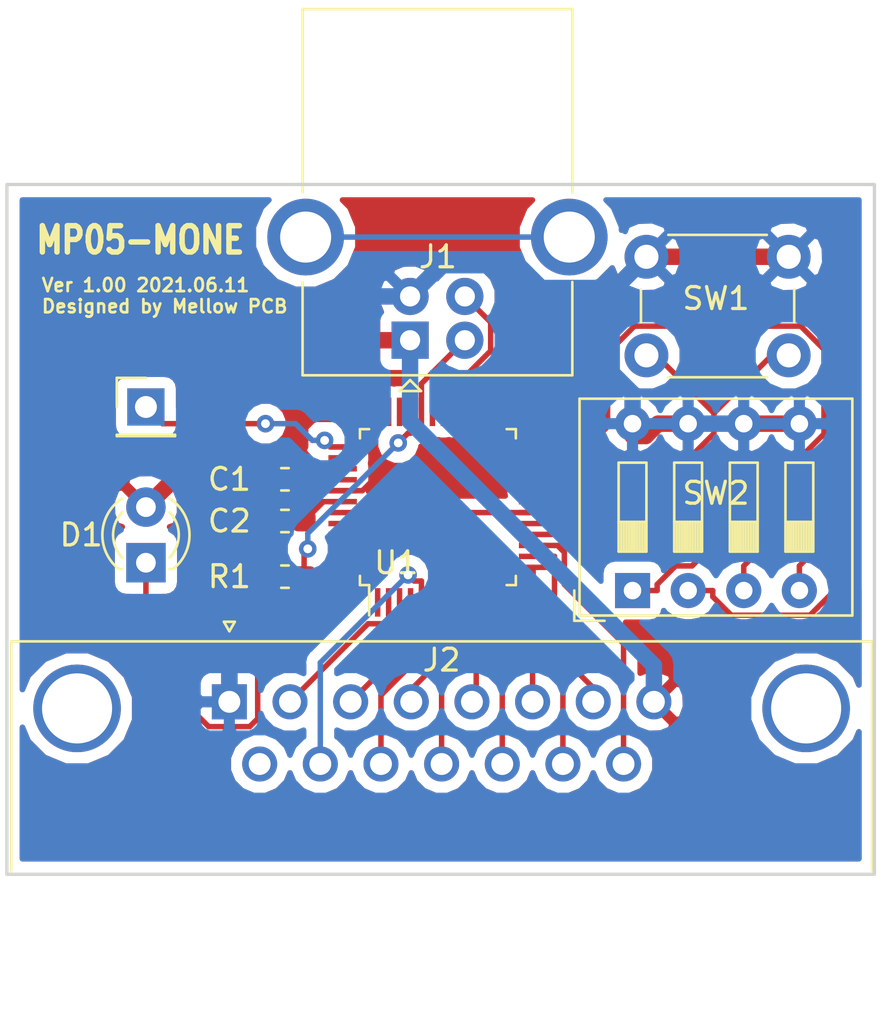
<source format=kicad_pcb>
(kicad_pcb (version 20171130) (host pcbnew "(5.0.1-3-g963ef8bb5)")

  (general
    (thickness 1.6)
    (drawings 6)
    (tracks 179)
    (zones 0)
    (modules 10)
    (nets 27)
  )

  (page A4)
  (layers
    (0 F.Cu signal)
    (31 B.Cu signal)
    (32 B.Adhes user hide)
    (33 F.Adhes user hide)
    (34 B.Paste user)
    (35 F.Paste user)
    (36 B.SilkS user)
    (37 F.SilkS user)
    (38 B.Mask user hide)
    (39 F.Mask user hide)
    (40 Dwgs.User user hide)
    (41 Cmts.User user hide)
    (42 Eco1.User user hide)
    (43 Eco2.User user hide)
    (44 Edge.Cuts user)
    (45 Margin user hide)
    (46 B.CrtYd user hide)
    (47 F.CrtYd user hide)
    (48 B.Fab user hide)
    (49 F.Fab user hide)
  )

  (setup
    (last_trace_width 0.25)
    (trace_clearance 0.2)
    (zone_clearance 0.508)
    (zone_45_only no)
    (trace_min 0.2)
    (segment_width 0.2)
    (edge_width 0.15)
    (via_size 0.8)
    (via_drill 0.4)
    (via_min_size 0.4)
    (via_min_drill 0.3)
    (uvia_size 0.3)
    (uvia_drill 0.1)
    (uvias_allowed no)
    (uvia_min_size 0.2)
    (uvia_min_drill 0.1)
    (pcb_text_width 0.3)
    (pcb_text_size 1.5 1.5)
    (mod_edge_width 0.15)
    (mod_text_size 1 1)
    (mod_text_width 0.15)
    (pad_size 1.524 1.524)
    (pad_drill 0.762)
    (pad_to_mask_clearance 0.051)
    (solder_mask_min_width 0.25)
    (aux_axis_origin 0 0)
    (visible_elements FFFFFF7F)
    (pcbplotparams
      (layerselection 0x010f0_ffffffff)
      (usegerberextensions false)
      (usegerberattributes false)
      (usegerberadvancedattributes false)
      (creategerberjobfile false)
      (excludeedgelayer true)
      (linewidth 0.100000)
      (plotframeref false)
      (viasonmask false)
      (mode 1)
      (useauxorigin false)
      (hpglpennumber 1)
      (hpglpenspeed 20)
      (hpglpendiameter 15.000000)
      (psnegative false)
      (psa4output false)
      (plotreference true)
      (plotvalue true)
      (plotinvisibletext false)
      (padsonsilk false)
      (subtractmaskfromsilk false)
      (outputformat 1)
      (mirror false)
      (drillshape 0)
      (scaleselection 1)
      (outputdirectory "out"))
  )

  (net 0 "")
  (net 1 +5V)
  (net 2 GND)
  (net 3 +3V3)
  (net 4 "Net-(D1-Pad1)")
  (net 5 /DATA-)
  (net 6 /DATA+)
  (net 7 "Net-(J1-Pad5)")
  (net 8 /1P6)
  (net 9 /1PC)
  (net 10 /1P4)
  (net 11 /1P2)
  (net 12 /1PR)
  (net 13 /1PD)
  (net 14 /1P5)
  (net 15 /1PS)
  (net 16 /1P3)
  (net 17 /1P1)
  (net 18 /1PL)
  (net 19 /1PU)
  (net 20 /LED)
  (net 21 /BTN)
  (net 22 /SW1)
  (net 23 /SW2)
  (net 24 /SW3)
  (net 25 /SW4)
  (net 26 /TXD)

  (net_class Default "これはデフォルトのネット クラスです。"
    (clearance 0.2)
    (trace_width 0.25)
    (via_dia 0.8)
    (via_drill 0.4)
    (uvia_dia 0.3)
    (uvia_drill 0.1)
    (add_net /1P1)
    (add_net /1P2)
    (add_net /1P3)
    (add_net /1P4)
    (add_net /1P5)
    (add_net /1P6)
    (add_net /1PC)
    (add_net /1PD)
    (add_net /1PL)
    (add_net /1PR)
    (add_net /1PS)
    (add_net /1PU)
    (add_net /BTN)
    (add_net /DATA+)
    (add_net /DATA-)
    (add_net /LED)
    (add_net /SW1)
    (add_net /SW2)
    (add_net /SW3)
    (add_net /SW4)
    (add_net /TXD)
    (add_net "Net-(D1-Pad1)")
    (add_net "Net-(J1-Pad5)")
  )

  (net_class Power ""
    (clearance 0.2)
    (trace_width 0.75)
    (via_dia 0.8)
    (via_drill 0.4)
    (uvia_dia 0.3)
    (uvia_drill 0.1)
    (add_net +3V3)
    (add_net +5V)
    (add_net GND)
  )

  (module Capacitor_SMD:C_0603_1608Metric_Pad1.05x0.95mm_HandSolder (layer F.Cu) (tedit 5B301BBE) (tstamp 60CEF7AF)
    (at 129.54 138.43 180)
    (descr "Capacitor SMD 0603 (1608 Metric), square (rectangular) end terminal, IPC_7351 nominal with elongated pad for handsoldering. (Body size source: http://www.tortai-tech.com/upload/download/2011102023233369053.pdf), generated with kicad-footprint-generator")
    (tags "capacitor handsolder")
    (path /60C32173)
    (attr smd)
    (fp_text reference C1 (at 2.54 0 180) (layer F.SilkS)
      (effects (font (size 1 1) (thickness 0.15)))
    )
    (fp_text value 100n (at 0 1.43 180) (layer F.Fab)
      (effects (font (size 1 1) (thickness 0.15)))
    )
    (fp_line (start -0.8 0.4) (end -0.8 -0.4) (layer F.Fab) (width 0.1))
    (fp_line (start -0.8 -0.4) (end 0.8 -0.4) (layer F.Fab) (width 0.1))
    (fp_line (start 0.8 -0.4) (end 0.8 0.4) (layer F.Fab) (width 0.1))
    (fp_line (start 0.8 0.4) (end -0.8 0.4) (layer F.Fab) (width 0.1))
    (fp_line (start -0.171267 -0.51) (end 0.171267 -0.51) (layer F.SilkS) (width 0.12))
    (fp_line (start -0.171267 0.51) (end 0.171267 0.51) (layer F.SilkS) (width 0.12))
    (fp_line (start -1.65 0.73) (end -1.65 -0.73) (layer F.CrtYd) (width 0.05))
    (fp_line (start -1.65 -0.73) (end 1.65 -0.73) (layer F.CrtYd) (width 0.05))
    (fp_line (start 1.65 -0.73) (end 1.65 0.73) (layer F.CrtYd) (width 0.05))
    (fp_line (start 1.65 0.73) (end -1.65 0.73) (layer F.CrtYd) (width 0.05))
    (fp_text user %R (at 0 0 180) (layer F.Fab)
      (effects (font (size 0.4 0.4) (thickness 0.06)))
    )
    (pad 1 smd roundrect (at -0.875 0 180) (size 1.05 0.95) (layers F.Cu F.Paste F.Mask) (roundrect_rratio 0.25)
      (net 1 +5V))
    (pad 2 smd roundrect (at 0.875 0 180) (size 1.05 0.95) (layers F.Cu F.Paste F.Mask) (roundrect_rratio 0.25)
      (net 2 GND))
    (model ${KISYS3DMOD}/Capacitor_SMD.3dshapes/C_0603_1608Metric.wrl
      (at (xyz 0 0 0))
      (scale (xyz 1 1 1))
      (rotate (xyz 0 0 0))
    )
  )

  (module Capacitor_SMD:C_0603_1608Metric_Pad1.05x0.95mm_HandSolder (layer F.Cu) (tedit 5B301BBE) (tstamp 60CEF7C0)
    (at 129.54 140.335 180)
    (descr "Capacitor SMD 0603 (1608 Metric), square (rectangular) end terminal, IPC_7351 nominal with elongated pad for handsoldering. (Body size source: http://www.tortai-tech.com/upload/download/2011102023233369053.pdf), generated with kicad-footprint-generator")
    (tags "capacitor handsolder")
    (path /60C3222B)
    (attr smd)
    (fp_text reference C2 (at 2.54 0 180) (layer F.SilkS)
      (effects (font (size 1 1) (thickness 0.15)))
    )
    (fp_text value 3300n (at 0 1.43 180) (layer F.Fab)
      (effects (font (size 1 1) (thickness 0.15)))
    )
    (fp_text user %R (at 0 0 180) (layer F.Fab)
      (effects (font (size 0.4 0.4) (thickness 0.06)))
    )
    (fp_line (start 1.65 0.73) (end -1.65 0.73) (layer F.CrtYd) (width 0.05))
    (fp_line (start 1.65 -0.73) (end 1.65 0.73) (layer F.CrtYd) (width 0.05))
    (fp_line (start -1.65 -0.73) (end 1.65 -0.73) (layer F.CrtYd) (width 0.05))
    (fp_line (start -1.65 0.73) (end -1.65 -0.73) (layer F.CrtYd) (width 0.05))
    (fp_line (start -0.171267 0.51) (end 0.171267 0.51) (layer F.SilkS) (width 0.12))
    (fp_line (start -0.171267 -0.51) (end 0.171267 -0.51) (layer F.SilkS) (width 0.12))
    (fp_line (start 0.8 0.4) (end -0.8 0.4) (layer F.Fab) (width 0.1))
    (fp_line (start 0.8 -0.4) (end 0.8 0.4) (layer F.Fab) (width 0.1))
    (fp_line (start -0.8 -0.4) (end 0.8 -0.4) (layer F.Fab) (width 0.1))
    (fp_line (start -0.8 0.4) (end -0.8 -0.4) (layer F.Fab) (width 0.1))
    (pad 2 smd roundrect (at 0.875 0 180) (size 1.05 0.95) (layers F.Cu F.Paste F.Mask) (roundrect_rratio 0.25)
      (net 2 GND))
    (pad 1 smd roundrect (at -0.875 0 180) (size 1.05 0.95) (layers F.Cu F.Paste F.Mask) (roundrect_rratio 0.25)
      (net 3 +3V3))
    (model ${KISYS3DMOD}/Capacitor_SMD.3dshapes/C_0603_1608Metric.wrl
      (at (xyz 0 0 0))
      (scale (xyz 1 1 1))
      (rotate (xyz 0 0 0))
    )
  )

  (module LED_THT:LED_D3.0mm (layer F.Cu) (tedit 587A3A7B) (tstamp 60CEF7D3)
    (at 123.19 142.24 90)
    (descr "LED, diameter 3.0mm, 2 pins")
    (tags "LED diameter 3.0mm 2 pins")
    (path /60C31878)
    (fp_text reference D1 (at 1.27 -2.96 180) (layer F.SilkS)
      (effects (font (size 1 1) (thickness 0.15)))
    )
    (fp_text value LED (at 1.27 2.96 90) (layer F.Fab)
      (effects (font (size 1 1) (thickness 0.15)))
    )
    (fp_arc (start 1.27 0) (end -0.23 -1.16619) (angle 284.3) (layer F.Fab) (width 0.1))
    (fp_arc (start 1.27 0) (end -0.29 -1.235516) (angle 108.8) (layer F.SilkS) (width 0.12))
    (fp_arc (start 1.27 0) (end -0.29 1.235516) (angle -108.8) (layer F.SilkS) (width 0.12))
    (fp_arc (start 1.27 0) (end 0.229039 -1.08) (angle 87.9) (layer F.SilkS) (width 0.12))
    (fp_arc (start 1.27 0) (end 0.229039 1.08) (angle -87.9) (layer F.SilkS) (width 0.12))
    (fp_circle (center 1.27 0) (end 2.77 0) (layer F.Fab) (width 0.1))
    (fp_line (start -0.23 -1.16619) (end -0.23 1.16619) (layer F.Fab) (width 0.1))
    (fp_line (start -0.29 -1.236) (end -0.29 -1.08) (layer F.SilkS) (width 0.12))
    (fp_line (start -0.29 1.08) (end -0.29 1.236) (layer F.SilkS) (width 0.12))
    (fp_line (start -1.15 -2.25) (end -1.15 2.25) (layer F.CrtYd) (width 0.05))
    (fp_line (start -1.15 2.25) (end 3.7 2.25) (layer F.CrtYd) (width 0.05))
    (fp_line (start 3.7 2.25) (end 3.7 -2.25) (layer F.CrtYd) (width 0.05))
    (fp_line (start 3.7 -2.25) (end -1.15 -2.25) (layer F.CrtYd) (width 0.05))
    (pad 1 thru_hole rect (at 0 0 90) (size 1.8 1.8) (drill 0.9) (layers *.Cu *.Mask)
      (net 4 "Net-(D1-Pad1)"))
    (pad 2 thru_hole circle (at 2.54 0 90) (size 1.8 1.8) (drill 0.9) (layers *.Cu *.Mask)
      (net 1 +5V))
    (model ${KISYS3DMOD}/LED_THT.3dshapes/LED_D3.0mm.wrl
      (at (xyz 0 0 0))
      (scale (xyz 1 1 1))
      (rotate (xyz 0 0 0))
    )
  )

  (module Connector_USB:USB_B_OST_USB-B1HSxx_Horizontal (layer F.Cu) (tedit 5AFE01FF) (tstamp 60CEF7F0)
    (at 135.255 132.08 90)
    (descr "USB B receptacle, Horizontal, through-hole, http://www.on-shore.com/wp-content/uploads/2015/09/usb-b1hsxx.pdf")
    (tags "USB-B receptacle horizontal through-hole")
    (path /60C2DE92)
    (fp_text reference J1 (at 3.81 1.27 180) (layer F.SilkS)
      (effects (font (size 1 1) (thickness 0.15)))
    )
    (fp_text value USB_B (at 6.76 10.27 90) (layer F.Fab)
      (effects (font (size 1 1) (thickness 0.15)))
    )
    (fp_line (start -0.49 -4.8) (end 15.01 -4.8) (layer F.Fab) (width 0.1))
    (fp_line (start 15.01 -4.8) (end 15.01 7.3) (layer F.Fab) (width 0.1))
    (fp_line (start 15.01 7.3) (end -1.49 7.3) (layer F.Fab) (width 0.1))
    (fp_line (start -1.49 7.3) (end -1.49 -3.8) (layer F.Fab) (width 0.1))
    (fp_line (start -1.49 -3.8) (end -0.49 -4.8) (layer F.Fab) (width 0.1))
    (fp_line (start 2.66 -4.91) (end -1.6 -4.91) (layer F.SilkS) (width 0.12))
    (fp_line (start -1.6 -4.91) (end -1.6 7.41) (layer F.SilkS) (width 0.12))
    (fp_line (start -1.6 7.41) (end 2.66 7.41) (layer F.SilkS) (width 0.12))
    (fp_line (start 6.76 -4.91) (end 15.12 -4.91) (layer F.SilkS) (width 0.12))
    (fp_line (start 15.12 -4.91) (end 15.12 7.41) (layer F.SilkS) (width 0.12))
    (fp_line (start 15.12 7.41) (end 6.76 7.41) (layer F.SilkS) (width 0.12))
    (fp_line (start -1.82 0) (end -2.32 -0.5) (layer F.SilkS) (width 0.12))
    (fp_line (start -2.32 -0.5) (end -2.32 0.5) (layer F.SilkS) (width 0.12))
    (fp_line (start -2.32 0.5) (end -1.82 0) (layer F.SilkS) (width 0.12))
    (fp_line (start -1.99 -7.02) (end -1.99 9.52) (layer F.CrtYd) (width 0.05))
    (fp_line (start -1.99 9.52) (end 15.51 9.52) (layer F.CrtYd) (width 0.05))
    (fp_line (start 15.51 9.52) (end 15.51 -7.02) (layer F.CrtYd) (width 0.05))
    (fp_line (start 15.51 -7.02) (end -1.99 -7.02) (layer F.CrtYd) (width 0.05))
    (fp_text user %R (at 6.76 1.25 90) (layer F.Fab)
      (effects (font (size 1 1) (thickness 0.15)))
    )
    (pad 1 thru_hole rect (at 0 0 90) (size 1.7 1.7) (drill 0.92) (layers *.Cu *.Mask)
      (net 1 +5V))
    (pad 2 thru_hole circle (at 0 2.5 90) (size 1.7 1.7) (drill 0.92) (layers *.Cu *.Mask)
      (net 5 /DATA-))
    (pad 3 thru_hole circle (at 2 2.5 90) (size 1.7 1.7) (drill 0.92) (layers *.Cu *.Mask)
      (net 6 /DATA+))
    (pad 4 thru_hole circle (at 2 0 90) (size 1.7 1.7) (drill 0.92) (layers *.Cu *.Mask)
      (net 2 GND))
    (pad 5 thru_hole circle (at 4.71 -4.77 90) (size 3.5 3.5) (drill 2.33) (layers *.Cu *.Mask)
      (net 7 "Net-(J1-Pad5)"))
    (pad 5 thru_hole circle (at 4.71 7.27 90) (size 3.5 3.5) (drill 2.33) (layers *.Cu *.Mask)
      (net 7 "Net-(J1-Pad5)"))
    (model ${KISYS3DMOD}/Connector_USB.3dshapes/USB_B_OST_USB-B1HSxx_Horizontal.wrl
      (at (xyz 0 0 0))
      (scale (xyz 1 1 1))
      (rotate (xyz 0 0 0))
    )
  )

  (module Resistor_SMD:R_0603_1608Metric_Pad1.05x0.95mm_HandSolder (layer F.Cu) (tedit 5B301BBD) (tstamp 60CEF83C)
    (at 129.54 142.875 180)
    (descr "Resistor SMD 0603 (1608 Metric), square (rectangular) end terminal, IPC_7351 nominal with elongated pad for handsoldering. (Body size source: http://www.tortai-tech.com/upload/download/2011102023233369053.pdf), generated with kicad-footprint-generator")
    (tags "resistor handsolder")
    (path /60C318E6)
    (attr smd)
    (fp_text reference R1 (at 2.54 0 180) (layer F.SilkS)
      (effects (font (size 1 1) (thickness 0.15)))
    )
    (fp_text value R (at 0 1.43 180) (layer F.Fab)
      (effects (font (size 1 1) (thickness 0.15)))
    )
    (fp_line (start -0.8 0.4) (end -0.8 -0.4) (layer F.Fab) (width 0.1))
    (fp_line (start -0.8 -0.4) (end 0.8 -0.4) (layer F.Fab) (width 0.1))
    (fp_line (start 0.8 -0.4) (end 0.8 0.4) (layer F.Fab) (width 0.1))
    (fp_line (start 0.8 0.4) (end -0.8 0.4) (layer F.Fab) (width 0.1))
    (fp_line (start -0.171267 -0.51) (end 0.171267 -0.51) (layer F.SilkS) (width 0.12))
    (fp_line (start -0.171267 0.51) (end 0.171267 0.51) (layer F.SilkS) (width 0.12))
    (fp_line (start -1.65 0.73) (end -1.65 -0.73) (layer F.CrtYd) (width 0.05))
    (fp_line (start -1.65 -0.73) (end 1.65 -0.73) (layer F.CrtYd) (width 0.05))
    (fp_line (start 1.65 -0.73) (end 1.65 0.73) (layer F.CrtYd) (width 0.05))
    (fp_line (start 1.65 0.73) (end -1.65 0.73) (layer F.CrtYd) (width 0.05))
    (fp_text user %R (at 0 0 180) (layer F.Fab)
      (effects (font (size 0.4 0.4) (thickness 0.06)))
    )
    (pad 1 smd roundrect (at -0.875 0 180) (size 1.05 0.95) (layers F.Cu F.Paste F.Mask) (roundrect_rratio 0.25)
      (net 20 /LED))
    (pad 2 smd roundrect (at 0.875 0 180) (size 1.05 0.95) (layers F.Cu F.Paste F.Mask) (roundrect_rratio 0.25)
      (net 4 "Net-(D1-Pad1)"))
    (model ${KISYS3DMOD}/Resistor_SMD.3dshapes/R_0603_1608Metric.wrl
      (at (xyz 0 0 0))
      (scale (xyz 1 1 1))
      (rotate (xyz 0 0 0))
    )
  )

  (module Button_Switch_THT:SW_PUSH_6mm_H4.3mm (layer F.Cu) (tedit 5A02FE31) (tstamp 60CEF85B)
    (at 146.05 128.27)
    (descr "tactile push button, 6x6mm e.g. PHAP33xx series, height=4.3mm")
    (tags "tact sw push 6mm")
    (path /60C31784)
    (fp_text reference SW1 (at 3.175 1.905) (layer F.SilkS)
      (effects (font (size 1 1) (thickness 0.15)))
    )
    (fp_text value SW_Push (at 3.75 6.7) (layer F.Fab)
      (effects (font (size 1 1) (thickness 0.15)))
    )
    (fp_text user %R (at 3.25 2.25) (layer F.Fab)
      (effects (font (size 1 1) (thickness 0.15)))
    )
    (fp_line (start 3.25 -0.75) (end 6.25 -0.75) (layer F.Fab) (width 0.1))
    (fp_line (start 6.25 -0.75) (end 6.25 5.25) (layer F.Fab) (width 0.1))
    (fp_line (start 6.25 5.25) (end 0.25 5.25) (layer F.Fab) (width 0.1))
    (fp_line (start 0.25 5.25) (end 0.25 -0.75) (layer F.Fab) (width 0.1))
    (fp_line (start 0.25 -0.75) (end 3.25 -0.75) (layer F.Fab) (width 0.1))
    (fp_line (start 7.75 6) (end 8 6) (layer F.CrtYd) (width 0.05))
    (fp_line (start 8 6) (end 8 5.75) (layer F.CrtYd) (width 0.05))
    (fp_line (start 7.75 -1.5) (end 8 -1.5) (layer F.CrtYd) (width 0.05))
    (fp_line (start 8 -1.5) (end 8 -1.25) (layer F.CrtYd) (width 0.05))
    (fp_line (start -1.5 -1.25) (end -1.5 -1.5) (layer F.CrtYd) (width 0.05))
    (fp_line (start -1.5 -1.5) (end -1.25 -1.5) (layer F.CrtYd) (width 0.05))
    (fp_line (start -1.5 5.75) (end -1.5 6) (layer F.CrtYd) (width 0.05))
    (fp_line (start -1.5 6) (end -1.25 6) (layer F.CrtYd) (width 0.05))
    (fp_line (start -1.25 -1.5) (end 7.75 -1.5) (layer F.CrtYd) (width 0.05))
    (fp_line (start -1.5 5.75) (end -1.5 -1.25) (layer F.CrtYd) (width 0.05))
    (fp_line (start 7.75 6) (end -1.25 6) (layer F.CrtYd) (width 0.05))
    (fp_line (start 8 -1.25) (end 8 5.75) (layer F.CrtYd) (width 0.05))
    (fp_line (start 1 5.5) (end 5.5 5.5) (layer F.SilkS) (width 0.12))
    (fp_line (start -0.25 1.5) (end -0.25 3) (layer F.SilkS) (width 0.12))
    (fp_line (start 5.5 -1) (end 1 -1) (layer F.SilkS) (width 0.12))
    (fp_line (start 6.75 3) (end 6.75 1.5) (layer F.SilkS) (width 0.12))
    (fp_circle (center 3.25 2.25) (end 1.25 2.5) (layer F.Fab) (width 0.1))
    (pad 2 thru_hole circle (at 0 4.5 90) (size 2 2) (drill 1.1) (layers *.Cu *.Mask)
      (net 21 /BTN))
    (pad 1 thru_hole circle (at 0 0 90) (size 2 2) (drill 1.1) (layers *.Cu *.Mask)
      (net 2 GND))
    (pad 2 thru_hole circle (at 6.5 4.5 90) (size 2 2) (drill 1.1) (layers *.Cu *.Mask)
      (net 21 /BTN))
    (pad 1 thru_hole circle (at 6.5 0 90) (size 2 2) (drill 1.1) (layers *.Cu *.Mask)
      (net 2 GND))
    (model ${KISYS3DMOD}/Button_Switch_THT.3dshapes/SW_PUSH_6mm_H4.3mm.wrl
      (at (xyz 0 0 0))
      (scale (xyz 1 1 1))
      (rotate (xyz 0 0 0))
    )
  )

  (module Button_Switch_THT:SW_DIP_SPSTx04_Slide_9.78x12.34mm_W7.62mm_P2.54mm (layer F.Cu) (tedit 5A4E1404) (tstamp 60CEF8F8)
    (at 145.415 143.51 90)
    (descr "4x-dip-switch SPST , Slide, row spacing 7.62 mm (300 mils), body size 9.78x12.34mm (see e.g. https://www.ctscorp.com/wp-content/uploads/206-208.pdf)")
    (tags "DIP Switch SPST Slide 7.62mm 300mil")
    (path /60C324AA)
    (fp_text reference SW2 (at 4.445 3.81 180) (layer F.SilkS)
      (effects (font (size 1 1) (thickness 0.15)))
    )
    (fp_text value SW_DIP_x04 (at 3.81 11.04 90) (layer F.Fab)
      (effects (font (size 1 1) (thickness 0.15)))
    )
    (fp_line (start -0.08 -2.36) (end 8.7 -2.36) (layer F.Fab) (width 0.1))
    (fp_line (start 8.7 -2.36) (end 8.7 9.98) (layer F.Fab) (width 0.1))
    (fp_line (start 8.7 9.98) (end -1.08 9.98) (layer F.Fab) (width 0.1))
    (fp_line (start -1.08 9.98) (end -1.08 -1.36) (layer F.Fab) (width 0.1))
    (fp_line (start -1.08 -1.36) (end -0.08 -2.36) (layer F.Fab) (width 0.1))
    (fp_line (start 1.78 -0.635) (end 1.78 0.635) (layer F.Fab) (width 0.1))
    (fp_line (start 1.78 0.635) (end 5.84 0.635) (layer F.Fab) (width 0.1))
    (fp_line (start 5.84 0.635) (end 5.84 -0.635) (layer F.Fab) (width 0.1))
    (fp_line (start 5.84 -0.635) (end 1.78 -0.635) (layer F.Fab) (width 0.1))
    (fp_line (start 1.78 -0.535) (end 3.133333 -0.535) (layer F.Fab) (width 0.1))
    (fp_line (start 1.78 -0.435) (end 3.133333 -0.435) (layer F.Fab) (width 0.1))
    (fp_line (start 1.78 -0.335) (end 3.133333 -0.335) (layer F.Fab) (width 0.1))
    (fp_line (start 1.78 -0.235) (end 3.133333 -0.235) (layer F.Fab) (width 0.1))
    (fp_line (start 1.78 -0.135) (end 3.133333 -0.135) (layer F.Fab) (width 0.1))
    (fp_line (start 1.78 -0.035) (end 3.133333 -0.035) (layer F.Fab) (width 0.1))
    (fp_line (start 1.78 0.065) (end 3.133333 0.065) (layer F.Fab) (width 0.1))
    (fp_line (start 1.78 0.165) (end 3.133333 0.165) (layer F.Fab) (width 0.1))
    (fp_line (start 1.78 0.265) (end 3.133333 0.265) (layer F.Fab) (width 0.1))
    (fp_line (start 1.78 0.365) (end 3.133333 0.365) (layer F.Fab) (width 0.1))
    (fp_line (start 1.78 0.465) (end 3.133333 0.465) (layer F.Fab) (width 0.1))
    (fp_line (start 1.78 0.565) (end 3.133333 0.565) (layer F.Fab) (width 0.1))
    (fp_line (start 3.133333 -0.635) (end 3.133333 0.635) (layer F.Fab) (width 0.1))
    (fp_line (start 1.78 1.905) (end 1.78 3.175) (layer F.Fab) (width 0.1))
    (fp_line (start 1.78 3.175) (end 5.84 3.175) (layer F.Fab) (width 0.1))
    (fp_line (start 5.84 3.175) (end 5.84 1.905) (layer F.Fab) (width 0.1))
    (fp_line (start 5.84 1.905) (end 1.78 1.905) (layer F.Fab) (width 0.1))
    (fp_line (start 1.78 2.005) (end 3.133333 2.005) (layer F.Fab) (width 0.1))
    (fp_line (start 1.78 2.105) (end 3.133333 2.105) (layer F.Fab) (width 0.1))
    (fp_line (start 1.78 2.205) (end 3.133333 2.205) (layer F.Fab) (width 0.1))
    (fp_line (start 1.78 2.305) (end 3.133333 2.305) (layer F.Fab) (width 0.1))
    (fp_line (start 1.78 2.405) (end 3.133333 2.405) (layer F.Fab) (width 0.1))
    (fp_line (start 1.78 2.505) (end 3.133333 2.505) (layer F.Fab) (width 0.1))
    (fp_line (start 1.78 2.605) (end 3.133333 2.605) (layer F.Fab) (width 0.1))
    (fp_line (start 1.78 2.705) (end 3.133333 2.705) (layer F.Fab) (width 0.1))
    (fp_line (start 1.78 2.805) (end 3.133333 2.805) (layer F.Fab) (width 0.1))
    (fp_line (start 1.78 2.905) (end 3.133333 2.905) (layer F.Fab) (width 0.1))
    (fp_line (start 1.78 3.005) (end 3.133333 3.005) (layer F.Fab) (width 0.1))
    (fp_line (start 1.78 3.105) (end 3.133333 3.105) (layer F.Fab) (width 0.1))
    (fp_line (start 3.133333 1.905) (end 3.133333 3.175) (layer F.Fab) (width 0.1))
    (fp_line (start 1.78 4.445) (end 1.78 5.715) (layer F.Fab) (width 0.1))
    (fp_line (start 1.78 5.715) (end 5.84 5.715) (layer F.Fab) (width 0.1))
    (fp_line (start 5.84 5.715) (end 5.84 4.445) (layer F.Fab) (width 0.1))
    (fp_line (start 5.84 4.445) (end 1.78 4.445) (layer F.Fab) (width 0.1))
    (fp_line (start 1.78 4.545) (end 3.133333 4.545) (layer F.Fab) (width 0.1))
    (fp_line (start 1.78 4.645) (end 3.133333 4.645) (layer F.Fab) (width 0.1))
    (fp_line (start 1.78 4.745) (end 3.133333 4.745) (layer F.Fab) (width 0.1))
    (fp_line (start 1.78 4.845) (end 3.133333 4.845) (layer F.Fab) (width 0.1))
    (fp_line (start 1.78 4.945) (end 3.133333 4.945) (layer F.Fab) (width 0.1))
    (fp_line (start 1.78 5.045) (end 3.133333 5.045) (layer F.Fab) (width 0.1))
    (fp_line (start 1.78 5.145) (end 3.133333 5.145) (layer F.Fab) (width 0.1))
    (fp_line (start 1.78 5.245) (end 3.133333 5.245) (layer F.Fab) (width 0.1))
    (fp_line (start 1.78 5.345) (end 3.133333 5.345) (layer F.Fab) (width 0.1))
    (fp_line (start 1.78 5.445) (end 3.133333 5.445) (layer F.Fab) (width 0.1))
    (fp_line (start 1.78 5.545) (end 3.133333 5.545) (layer F.Fab) (width 0.1))
    (fp_line (start 1.78 5.645) (end 3.133333 5.645) (layer F.Fab) (width 0.1))
    (fp_line (start 3.133333 4.445) (end 3.133333 5.715) (layer F.Fab) (width 0.1))
    (fp_line (start 1.78 6.985) (end 1.78 8.255) (layer F.Fab) (width 0.1))
    (fp_line (start 1.78 8.255) (end 5.84 8.255) (layer F.Fab) (width 0.1))
    (fp_line (start 5.84 8.255) (end 5.84 6.985) (layer F.Fab) (width 0.1))
    (fp_line (start 5.84 6.985) (end 1.78 6.985) (layer F.Fab) (width 0.1))
    (fp_line (start 1.78 7.085) (end 3.133333 7.085) (layer F.Fab) (width 0.1))
    (fp_line (start 1.78 7.185) (end 3.133333 7.185) (layer F.Fab) (width 0.1))
    (fp_line (start 1.78 7.285) (end 3.133333 7.285) (layer F.Fab) (width 0.1))
    (fp_line (start 1.78 7.385) (end 3.133333 7.385) (layer F.Fab) (width 0.1))
    (fp_line (start 1.78 7.485) (end 3.133333 7.485) (layer F.Fab) (width 0.1))
    (fp_line (start 1.78 7.585) (end 3.133333 7.585) (layer F.Fab) (width 0.1))
    (fp_line (start 1.78 7.685) (end 3.133333 7.685) (layer F.Fab) (width 0.1))
    (fp_line (start 1.78 7.785) (end 3.133333 7.785) (layer F.Fab) (width 0.1))
    (fp_line (start 1.78 7.885) (end 3.133333 7.885) (layer F.Fab) (width 0.1))
    (fp_line (start 1.78 7.985) (end 3.133333 7.985) (layer F.Fab) (width 0.1))
    (fp_line (start 1.78 8.085) (end 3.133333 8.085) (layer F.Fab) (width 0.1))
    (fp_line (start 1.78 8.185) (end 3.133333 8.185) (layer F.Fab) (width 0.1))
    (fp_line (start 3.133333 6.985) (end 3.133333 8.255) (layer F.Fab) (width 0.1))
    (fp_line (start -1.14 -2.42) (end 8.76 -2.42) (layer F.SilkS) (width 0.12))
    (fp_line (start -1.14 10.04) (end 8.76 10.04) (layer F.SilkS) (width 0.12))
    (fp_line (start -1.14 -2.42) (end -1.14 10.04) (layer F.SilkS) (width 0.12))
    (fp_line (start 8.76 -2.42) (end 8.76 10.04) (layer F.SilkS) (width 0.12))
    (fp_line (start -1.38 -2.66) (end 0.004 -2.66) (layer F.SilkS) (width 0.12))
    (fp_line (start -1.38 -2.66) (end -1.38 -1.277) (layer F.SilkS) (width 0.12))
    (fp_line (start 1.78 -0.635) (end 1.78 0.635) (layer F.SilkS) (width 0.12))
    (fp_line (start 1.78 0.635) (end 5.84 0.635) (layer F.SilkS) (width 0.12))
    (fp_line (start 5.84 0.635) (end 5.84 -0.635) (layer F.SilkS) (width 0.12))
    (fp_line (start 5.84 -0.635) (end 1.78 -0.635) (layer F.SilkS) (width 0.12))
    (fp_line (start 1.78 -0.515) (end 3.133333 -0.515) (layer F.SilkS) (width 0.12))
    (fp_line (start 1.78 -0.395) (end 3.133333 -0.395) (layer F.SilkS) (width 0.12))
    (fp_line (start 1.78 -0.275) (end 3.133333 -0.275) (layer F.SilkS) (width 0.12))
    (fp_line (start 1.78 -0.155) (end 3.133333 -0.155) (layer F.SilkS) (width 0.12))
    (fp_line (start 1.78 -0.035) (end 3.133333 -0.035) (layer F.SilkS) (width 0.12))
    (fp_line (start 1.78 0.085) (end 3.133333 0.085) (layer F.SilkS) (width 0.12))
    (fp_line (start 1.78 0.205) (end 3.133333 0.205) (layer F.SilkS) (width 0.12))
    (fp_line (start 1.78 0.325) (end 3.133333 0.325) (layer F.SilkS) (width 0.12))
    (fp_line (start 1.78 0.445) (end 3.133333 0.445) (layer F.SilkS) (width 0.12))
    (fp_line (start 1.78 0.565) (end 3.133333 0.565) (layer F.SilkS) (width 0.12))
    (fp_line (start 3.133333 -0.635) (end 3.133333 0.635) (layer F.SilkS) (width 0.12))
    (fp_line (start 1.78 1.905) (end 1.78 3.175) (layer F.SilkS) (width 0.12))
    (fp_line (start 1.78 3.175) (end 5.84 3.175) (layer F.SilkS) (width 0.12))
    (fp_line (start 5.84 3.175) (end 5.84 1.905) (layer F.SilkS) (width 0.12))
    (fp_line (start 5.84 1.905) (end 1.78 1.905) (layer F.SilkS) (width 0.12))
    (fp_line (start 1.78 2.025) (end 3.133333 2.025) (layer F.SilkS) (width 0.12))
    (fp_line (start 1.78 2.145) (end 3.133333 2.145) (layer F.SilkS) (width 0.12))
    (fp_line (start 1.78 2.265) (end 3.133333 2.265) (layer F.SilkS) (width 0.12))
    (fp_line (start 1.78 2.385) (end 3.133333 2.385) (layer F.SilkS) (width 0.12))
    (fp_line (start 1.78 2.505) (end 3.133333 2.505) (layer F.SilkS) (width 0.12))
    (fp_line (start 1.78 2.625) (end 3.133333 2.625) (layer F.SilkS) (width 0.12))
    (fp_line (start 1.78 2.745) (end 3.133333 2.745) (layer F.SilkS) (width 0.12))
    (fp_line (start 1.78 2.865) (end 3.133333 2.865) (layer F.SilkS) (width 0.12))
    (fp_line (start 1.78 2.985) (end 3.133333 2.985) (layer F.SilkS) (width 0.12))
    (fp_line (start 1.78 3.105) (end 3.133333 3.105) (layer F.SilkS) (width 0.12))
    (fp_line (start 3.133333 1.905) (end 3.133333 3.175) (layer F.SilkS) (width 0.12))
    (fp_line (start 1.78 4.445) (end 1.78 5.715) (layer F.SilkS) (width 0.12))
    (fp_line (start 1.78 5.715) (end 5.84 5.715) (layer F.SilkS) (width 0.12))
    (fp_line (start 5.84 5.715) (end 5.84 4.445) (layer F.SilkS) (width 0.12))
    (fp_line (start 5.84 4.445) (end 1.78 4.445) (layer F.SilkS) (width 0.12))
    (fp_line (start 1.78 4.565) (end 3.133333 4.565) (layer F.SilkS) (width 0.12))
    (fp_line (start 1.78 4.685) (end 3.133333 4.685) (layer F.SilkS) (width 0.12))
    (fp_line (start 1.78 4.805) (end 3.133333 4.805) (layer F.SilkS) (width 0.12))
    (fp_line (start 1.78 4.925) (end 3.133333 4.925) (layer F.SilkS) (width 0.12))
    (fp_line (start 1.78 5.045) (end 3.133333 5.045) (layer F.SilkS) (width 0.12))
    (fp_line (start 1.78 5.165) (end 3.133333 5.165) (layer F.SilkS) (width 0.12))
    (fp_line (start 1.78 5.285) (end 3.133333 5.285) (layer F.SilkS) (width 0.12))
    (fp_line (start 1.78 5.405) (end 3.133333 5.405) (layer F.SilkS) (width 0.12))
    (fp_line (start 1.78 5.525) (end 3.133333 5.525) (layer F.SilkS) (width 0.12))
    (fp_line (start 1.78 5.645) (end 3.133333 5.645) (layer F.SilkS) (width 0.12))
    (fp_line (start 3.133333 4.445) (end 3.133333 5.715) (layer F.SilkS) (width 0.12))
    (fp_line (start 1.78 6.985) (end 1.78 8.255) (layer F.SilkS) (width 0.12))
    (fp_line (start 1.78 8.255) (end 5.84 8.255) (layer F.SilkS) (width 0.12))
    (fp_line (start 5.84 8.255) (end 5.84 6.985) (layer F.SilkS) (width 0.12))
    (fp_line (start 5.84 6.985) (end 1.78 6.985) (layer F.SilkS) (width 0.12))
    (fp_line (start 1.78 7.105) (end 3.133333 7.105) (layer F.SilkS) (width 0.12))
    (fp_line (start 1.78 7.225) (end 3.133333 7.225) (layer F.SilkS) (width 0.12))
    (fp_line (start 1.78 7.345) (end 3.133333 7.345) (layer F.SilkS) (width 0.12))
    (fp_line (start 1.78 7.465) (end 3.133333 7.465) (layer F.SilkS) (width 0.12))
    (fp_line (start 1.78 7.585) (end 3.133333 7.585) (layer F.SilkS) (width 0.12))
    (fp_line (start 1.78 7.705) (end 3.133333 7.705) (layer F.SilkS) (width 0.12))
    (fp_line (start 1.78 7.825) (end 3.133333 7.825) (layer F.SilkS) (width 0.12))
    (fp_line (start 1.78 7.945) (end 3.133333 7.945) (layer F.SilkS) (width 0.12))
    (fp_line (start 1.78 8.065) (end 3.133333 8.065) (layer F.SilkS) (width 0.12))
    (fp_line (start 1.78 8.185) (end 3.133333 8.185) (layer F.SilkS) (width 0.12))
    (fp_line (start 3.133333 6.985) (end 3.133333 8.255) (layer F.SilkS) (width 0.12))
    (fp_line (start -1.35 -2.7) (end -1.35 10.3) (layer F.CrtYd) (width 0.05))
    (fp_line (start -1.35 10.3) (end 8.95 10.3) (layer F.CrtYd) (width 0.05))
    (fp_line (start 8.95 10.3) (end 8.95 -2.7) (layer F.CrtYd) (width 0.05))
    (fp_line (start 8.95 -2.7) (end -1.35 -2.7) (layer F.CrtYd) (width 0.05))
    (fp_text user %R (at 7.27 3.81 180) (layer F.Fab)
      (effects (font (size 0.8 0.8) (thickness 0.12)))
    )
    (fp_text user on (at 5.365 -1.4975 90) (layer F.Fab)
      (effects (font (size 0.8 0.8) (thickness 0.12)))
    )
    (pad 1 thru_hole rect (at 0 0 90) (size 1.6 1.6) (drill 0.8) (layers *.Cu *.Mask)
      (net 22 /SW1))
    (pad 5 thru_hole oval (at 7.62 7.62 90) (size 1.6 1.6) (drill 0.8) (layers *.Cu *.Mask)
      (net 2 GND))
    (pad 2 thru_hole oval (at 0 2.54 90) (size 1.6 1.6) (drill 0.8) (layers *.Cu *.Mask)
      (net 23 /SW2))
    (pad 6 thru_hole oval (at 7.62 5.08 90) (size 1.6 1.6) (drill 0.8) (layers *.Cu *.Mask)
      (net 2 GND))
    (pad 3 thru_hole oval (at 0 5.08 90) (size 1.6 1.6) (drill 0.8) (layers *.Cu *.Mask)
      (net 24 /SW3))
    (pad 7 thru_hole oval (at 7.62 2.54 90) (size 1.6 1.6) (drill 0.8) (layers *.Cu *.Mask)
      (net 2 GND))
    (pad 4 thru_hole oval (at 0 7.62 90) (size 1.6 1.6) (drill 0.8) (layers *.Cu *.Mask)
      (net 25 /SW4))
    (pad 8 thru_hole oval (at 7.62 0 90) (size 1.6 1.6) (drill 0.8) (layers *.Cu *.Mask)
      (net 2 GND))
    (model ${KISYS3DMOD}/Button_Switch_THT.3dshapes/SW_DIP_SPSTx04_Slide_9.78x12.34mm_W7.62mm_P2.54mm.wrl
      (at (xyz 0 0 0))
      (scale (xyz 1 1 1))
      (rotate (xyz 0 0 90))
    )
  )

  (module Package_QFP:LQFP-48_7x7mm_P0.5mm (layer F.Cu) (tedit 5A5E2375) (tstamp 60CEF94F)
    (at 136.525 139.7 90)
    (descr "48 LEAD LQFP 7x7mm (see MICREL LQFP7x7-48LD-PL-1.pdf)")
    (tags "QFP 0.5")
    (path /60C2DDC0)
    (attr smd)
    (fp_text reference U1 (at -2.54 -1.905 180) (layer F.SilkS)
      (effects (font (size 1 1) (thickness 0.15)))
    )
    (fp_text value CH559 (at 0 6 90) (layer F.Fab)
      (effects (font (size 1 1) (thickness 0.15)))
    )
    (fp_line (start 3.13 3.75) (end 3.75 3.75) (layer F.CrtYd) (width 0.05))
    (fp_line (start 3.75 3.13) (end 3.75 3.75) (layer F.CrtYd) (width 0.05))
    (fp_line (start 3.13 5.25) (end 3.13 3.75) (layer F.CrtYd) (width 0.05))
    (fp_text user %R (at 0 0 90) (layer F.Fab)
      (effects (font (size 1 1) (thickness 0.15)))
    )
    (fp_line (start -2.5 -3.5) (end 3.5 -3.5) (layer F.Fab) (width 0.1))
    (fp_line (start 3.5 -3.5) (end 3.5 3.5) (layer F.Fab) (width 0.1))
    (fp_line (start 3.5 3.5) (end -3.5 3.5) (layer F.Fab) (width 0.1))
    (fp_line (start -3.5 3.5) (end -3.5 -2.5) (layer F.Fab) (width 0.1))
    (fp_line (start -3.5 -2.5) (end -2.5 -3.5) (layer F.Fab) (width 0.1))
    (fp_line (start -5.25 -3.13) (end -5.25 3.13) (layer F.CrtYd) (width 0.05))
    (fp_line (start 5.25 -3.13) (end 5.25 3.13) (layer F.CrtYd) (width 0.05))
    (fp_line (start -3.13 -5.25) (end 3.13 -5.25) (layer F.CrtYd) (width 0.05))
    (fp_line (start -3.13 5.25) (end 3.13 5.25) (layer F.CrtYd) (width 0.05))
    (fp_line (start 3.56 -3.56) (end 3.56 -3.14) (layer F.SilkS) (width 0.12))
    (fp_line (start 3.56 3.56) (end 3.56 3.14) (layer F.SilkS) (width 0.12))
    (fp_line (start -3.56 3.56) (end -3.56 3.14) (layer F.SilkS) (width 0.12))
    (fp_line (start -3.56 -3.56) (end -3.14 -3.56) (layer F.SilkS) (width 0.12))
    (fp_line (start 3.56 3.56) (end 3.14 3.56) (layer F.SilkS) (width 0.12))
    (fp_line (start 3.56 -3.56) (end 3.14 -3.56) (layer F.SilkS) (width 0.12))
    (fp_line (start -3.56 -3.14) (end -4.94 -3.14) (layer F.SilkS) (width 0.12))
    (fp_line (start -3.56 -3.56) (end -3.56 -3.14) (layer F.SilkS) (width 0.12))
    (fp_line (start -3.56 3.56) (end -3.14 3.56) (layer F.SilkS) (width 0.12))
    (fp_line (start 3.75 3.13) (end 5.25 3.13) (layer F.CrtYd) (width 0.05))
    (fp_line (start 3.75 -3.13) (end 5.25 -3.13) (layer F.CrtYd) (width 0.05))
    (fp_line (start 3.13 -3.75) (end 3.13 -5.25) (layer F.CrtYd) (width 0.05))
    (fp_line (start -3.13 -3.75) (end -3.13 -5.25) (layer F.CrtYd) (width 0.05))
    (fp_line (start -3.75 -3.13) (end -5.25 -3.13) (layer F.CrtYd) (width 0.05))
    (fp_line (start -3.75 3.13) (end -5.25 3.13) (layer F.CrtYd) (width 0.05))
    (fp_line (start -3.13 3.75) (end -3.13 5.25) (layer F.CrtYd) (width 0.05))
    (fp_line (start 3.13 -3.75) (end 3.75 -3.75) (layer F.CrtYd) (width 0.05))
    (fp_line (start 3.75 -3.13) (end 3.75 -3.75) (layer F.CrtYd) (width 0.05))
    (fp_line (start -3.75 3.13) (end -3.75 3.75) (layer F.CrtYd) (width 0.05))
    (fp_line (start -3.13 3.75) (end -3.75 3.75) (layer F.CrtYd) (width 0.05))
    (fp_line (start -3.75 -3.13) (end -3.75 -3.75) (layer F.CrtYd) (width 0.05))
    (fp_line (start -3.13 -3.75) (end -3.75 -3.75) (layer F.CrtYd) (width 0.05))
    (pad 1 smd rect (at -4.35 -2.75 90) (size 1.3 0.25) (layers F.Cu F.Paste F.Mask))
    (pad 2 smd rect (at -4.35 -2.25 90) (size 1.3 0.25) (layers F.Cu F.Paste F.Mask))
    (pad 3 smd rect (at -4.35 -1.75 90) (size 1.3 0.25) (layers F.Cu F.Paste F.Mask))
    (pad 4 smd rect (at -4.35 -1.25 90) (size 1.3 0.25) (layers F.Cu F.Paste F.Mask)
      (net 8 /1P6))
    (pad 5 smd rect (at -4.35 -0.75 90) (size 1.3 0.25) (layers F.Cu F.Paste F.Mask)
      (net 14 /1P5))
    (pad 6 smd rect (at -4.35 -0.25 90) (size 1.3 0.25) (layers F.Cu F.Paste F.Mask)
      (net 9 /1PC))
    (pad 7 smd rect (at -4.35 0.25 90) (size 1.3 0.25) (layers F.Cu F.Paste F.Mask)
      (net 15 /1PS))
    (pad 8 smd rect (at -4.35 0.75 90) (size 1.3 0.25) (layers F.Cu F.Paste F.Mask)
      (net 10 /1P4))
    (pad 9 smd rect (at -4.35 1.25 90) (size 1.3 0.25) (layers F.Cu F.Paste F.Mask)
      (net 16 /1P3))
    (pad 10 smd rect (at -4.35 1.75 90) (size 1.3 0.25) (layers F.Cu F.Paste F.Mask)
      (net 11 /1P2))
    (pad 11 smd rect (at -4.35 2.25 90) (size 1.3 0.25) (layers F.Cu F.Paste F.Mask)
      (net 17 /1P1))
    (pad 12 smd rect (at -4.35 2.75 90) (size 1.3 0.25) (layers F.Cu F.Paste F.Mask)
      (net 12 /1PR))
    (pad 13 smd rect (at -2.75 4.35 180) (size 1.3 0.25) (layers F.Cu F.Paste F.Mask)
      (net 18 /1PL))
    (pad 14 smd rect (at -2.25 4.35 180) (size 1.3 0.25) (layers F.Cu F.Paste F.Mask)
      (net 13 /1PD))
    (pad 15 smd rect (at -1.75 4.35 180) (size 1.3 0.25) (layers F.Cu F.Paste F.Mask)
      (net 19 /1PU))
    (pad 16 smd rect (at -1.25 4.35 180) (size 1.3 0.25) (layers F.Cu F.Paste F.Mask)
      (net 21 /BTN))
    (pad 17 smd rect (at -0.75 4.35 180) (size 1.3 0.25) (layers F.Cu F.Paste F.Mask))
    (pad 18 smd rect (at -0.25 4.35 180) (size 1.3 0.25) (layers F.Cu F.Paste F.Mask)
      (net 2 GND))
    (pad 19 smd rect (at 0.25 4.35 180) (size 1.3 0.25) (layers F.Cu F.Paste F.Mask))
    (pad 20 smd rect (at 0.75 4.35 180) (size 1.3 0.25) (layers F.Cu F.Paste F.Mask))
    (pad 21 smd rect (at 1.25 4.35 180) (size 1.3 0.25) (layers F.Cu F.Paste F.Mask)
      (net 22 /SW1))
    (pad 22 smd rect (at 1.75 4.35 180) (size 1.3 0.25) (layers F.Cu F.Paste F.Mask)
      (net 23 /SW2))
    (pad 23 smd rect (at 2.25 4.35 180) (size 1.3 0.25) (layers F.Cu F.Paste F.Mask)
      (net 24 /SW3))
    (pad 24 smd rect (at 2.75 4.35 180) (size 1.3 0.25) (layers F.Cu F.Paste F.Mask)
      (net 25 /SW4))
    (pad 25 smd rect (at 4.35 2.75 90) (size 1.3 0.25) (layers F.Cu F.Paste F.Mask))
    (pad 26 smd rect (at 4.35 2.25 90) (size 1.3 0.25) (layers F.Cu F.Paste F.Mask))
    (pad 27 smd rect (at 4.35 1.75 90) (size 1.3 0.25) (layers F.Cu F.Paste F.Mask))
    (pad 28 smd rect (at 4.35 1.25 90) (size 1.3 0.25) (layers F.Cu F.Paste F.Mask))
    (pad 29 smd rect (at 4.35 0.75 90) (size 1.3 0.25) (layers F.Cu F.Paste F.Mask))
    (pad 30 smd rect (at 4.35 0.25 90) (size 1.3 0.25) (layers F.Cu F.Paste F.Mask))
    (pad 31 smd rect (at 4.35 -0.25 90) (size 1.3 0.25) (layers F.Cu F.Paste F.Mask)
      (net 6 /DATA+))
    (pad 32 smd rect (at 4.35 -0.75 90) (size 1.3 0.25) (layers F.Cu F.Paste F.Mask)
      (net 5 /DATA-))
    (pad 33 smd rect (at 4.35 -1.25 90) (size 1.3 0.25) (layers F.Cu F.Paste F.Mask)
      (net 20 /LED))
    (pad 34 smd rect (at 4.35 -1.75 90) (size 1.3 0.25) (layers F.Cu F.Paste F.Mask))
    (pad 35 smd rect (at 4.35 -2.25 90) (size 1.3 0.25) (layers F.Cu F.Paste F.Mask))
    (pad 36 smd rect (at 4.35 -2.75 90) (size 1.3 0.25) (layers F.Cu F.Paste F.Mask))
    (pad 37 smd rect (at 2.75 -4.35 180) (size 1.3 0.25) (layers F.Cu F.Paste F.Mask)
      (net 26 /TXD))
    (pad 38 smd rect (at 2.25 -4.35 180) (size 1.3 0.25) (layers F.Cu F.Paste F.Mask))
    (pad 39 smd rect (at 1.75 -4.35 180) (size 1.3 0.25) (layers F.Cu F.Paste F.Mask))
    (pad 40 smd rect (at 1.25 -4.35 180) (size 1.3 0.25) (layers F.Cu F.Paste F.Mask))
    (pad 41 smd rect (at 0.75 -4.35 180) (size 1.3 0.25) (layers F.Cu F.Paste F.Mask)
      (net 1 +5V))
    (pad 42 smd rect (at 0.25 -4.35 180) (size 1.3 0.25) (layers F.Cu F.Paste F.Mask)
      (net 3 +3V3))
    (pad 43 smd rect (at -0.25 -4.35 180) (size 1.3 0.25) (layers F.Cu F.Paste F.Mask))
    (pad 44 smd rect (at -0.75 -4.35 180) (size 1.3 0.25) (layers F.Cu F.Paste F.Mask))
    (pad 45 smd rect (at -1.25 -4.35 180) (size 1.3 0.25) (layers F.Cu F.Paste F.Mask))
    (pad 46 smd rect (at -1.75 -4.35 180) (size 1.3 0.25) (layers F.Cu F.Paste F.Mask))
    (pad 47 smd rect (at -2.25 -4.35 180) (size 1.3 0.25) (layers F.Cu F.Paste F.Mask))
    (pad 48 smd rect (at -2.75 -4.35 180) (size 1.3 0.25) (layers F.Cu F.Paste F.Mask))
    (model ${KISYS3DMOD}/Package_QFP.3dshapes/LQFP-48_7x7mm_P0.5mm.wrl
      (at (xyz 0 0 0))
      (scale (xyz 1 1 1))
      (rotate (xyz 0 0 0))
    )
  )

  (module Connector_Dsub:DSUB-15_Male_Horizontal_P2.77x2.84mm_EdgePinOffset4.94mm_Housed_MountingHolesOffset7.48mm (layer F.Cu) (tedit 59FEDEE2) (tstamp 60CF050B)
    (at 127 148.59)
    (descr "15-pin D-Sub connector, horizontal/angled (90 deg), THT-mount, male, pitch 2.77x2.84mm, pin-PCB-offset 4.9399999999999995mm, distance of mounting holes 33.3mm, distance of mounting holes to PCB edge 7.4799999999999995mm, see https://disti-assets.s3.amazonaws.com/tonar/files/datasheets/16730.pdf")
    (tags "15-pin D-Sub connector horizontal angled 90deg THT male pitch 2.77x2.84mm pin-PCB-offset 4.9399999999999995mm mounting-holes-distance 33.3mm mounting-hole-offset 33.3mm")
    (path /60C31581)
    (fp_text reference J2 (at 9.695 -1.905) (layer F.SilkS)
      (effects (font (size 1 1) (thickness 0.15)))
    )
    (fp_text value DB15_Male (at 9.695 15.68) (layer F.Fab)
      (effects (font (size 1 1) (thickness 0.15)))
    )
    (fp_arc (start -6.955 0.3) (end -8.555 0.3) (angle 180) (layer F.Fab) (width 0.1))
    (fp_arc (start 26.345 0.3) (end 24.745 0.3) (angle 180) (layer F.Fab) (width 0.1))
    (fp_line (start -9.905 -2.7) (end -9.905 7.78) (layer F.Fab) (width 0.1))
    (fp_line (start -9.905 7.78) (end 29.295 7.78) (layer F.Fab) (width 0.1))
    (fp_line (start 29.295 7.78) (end 29.295 -2.7) (layer F.Fab) (width 0.1))
    (fp_line (start 29.295 -2.7) (end -9.905 -2.7) (layer F.Fab) (width 0.1))
    (fp_line (start -9.905 7.78) (end -9.905 8.18) (layer F.Fab) (width 0.1))
    (fp_line (start -9.905 8.18) (end 29.295 8.18) (layer F.Fab) (width 0.1))
    (fp_line (start 29.295 8.18) (end 29.295 7.78) (layer F.Fab) (width 0.1))
    (fp_line (start 29.295 7.78) (end -9.905 7.78) (layer F.Fab) (width 0.1))
    (fp_line (start -2.605 8.18) (end -2.605 14.18) (layer F.Fab) (width 0.1))
    (fp_line (start -2.605 14.18) (end 21.995 14.18) (layer F.Fab) (width 0.1))
    (fp_line (start 21.995 14.18) (end 21.995 8.18) (layer F.Fab) (width 0.1))
    (fp_line (start 21.995 8.18) (end -2.605 8.18) (layer F.Fab) (width 0.1))
    (fp_line (start -9.455 8.18) (end -9.455 13.18) (layer F.Fab) (width 0.1))
    (fp_line (start -9.455 13.18) (end -4.455 13.18) (layer F.Fab) (width 0.1))
    (fp_line (start -4.455 13.18) (end -4.455 8.18) (layer F.Fab) (width 0.1))
    (fp_line (start -4.455 8.18) (end -9.455 8.18) (layer F.Fab) (width 0.1))
    (fp_line (start 23.845 8.18) (end 23.845 13.18) (layer F.Fab) (width 0.1))
    (fp_line (start 23.845 13.18) (end 28.845 13.18) (layer F.Fab) (width 0.1))
    (fp_line (start 28.845 13.18) (end 28.845 8.18) (layer F.Fab) (width 0.1))
    (fp_line (start 28.845 8.18) (end 23.845 8.18) (layer F.Fab) (width 0.1))
    (fp_line (start -8.555 7.78) (end -8.555 0.3) (layer F.Fab) (width 0.1))
    (fp_line (start -5.355 7.78) (end -5.355 0.3) (layer F.Fab) (width 0.1))
    (fp_line (start 24.745 7.78) (end 24.745 0.3) (layer F.Fab) (width 0.1))
    (fp_line (start 27.945 7.78) (end 27.945 0.3) (layer F.Fab) (width 0.1))
    (fp_line (start -9.965 7.72) (end -9.965 -2.76) (layer F.SilkS) (width 0.12))
    (fp_line (start -9.965 -2.76) (end 29.355 -2.76) (layer F.SilkS) (width 0.12))
    (fp_line (start 29.355 -2.76) (end 29.355 7.72) (layer F.SilkS) (width 0.12))
    (fp_line (start -0.25 -3.654338) (end 0.25 -3.654338) (layer F.SilkS) (width 0.12))
    (fp_line (start 0.25 -3.654338) (end 0 -3.221325) (layer F.SilkS) (width 0.12))
    (fp_line (start 0 -3.221325) (end -0.25 -3.654338) (layer F.SilkS) (width 0.12))
    (fp_line (start -10.45 -3.25) (end -10.45 14.7) (layer F.CrtYd) (width 0.05))
    (fp_line (start -10.45 14.7) (end 29.8 14.7) (layer F.CrtYd) (width 0.05))
    (fp_line (start 29.8 14.7) (end 29.8 -3.25) (layer F.CrtYd) (width 0.05))
    (fp_line (start 29.8 -3.25) (end -10.45 -3.25) (layer F.CrtYd) (width 0.05))
    (fp_text user %R (at 9.695 11.18) (layer F.Fab)
      (effects (font (size 1 1) (thickness 0.15)))
    )
    (pad 1 thru_hole rect (at 0 0) (size 1.6 1.6) (drill 1) (layers *.Cu *.Mask)
      (net 2 GND))
    (pad 2 thru_hole circle (at 2.77 0) (size 1.6 1.6) (drill 1) (layers *.Cu *.Mask)
      (net 8 /1P6))
    (pad 3 thru_hole circle (at 5.54 0) (size 1.6 1.6) (drill 1) (layers *.Cu *.Mask)
      (net 9 /1PC))
    (pad 4 thru_hole circle (at 8.31 0) (size 1.6 1.6) (drill 1) (layers *.Cu *.Mask)
      (net 10 /1P4))
    (pad 5 thru_hole circle (at 11.08 0) (size 1.6 1.6) (drill 1) (layers *.Cu *.Mask)
      (net 11 /1P2))
    (pad 6 thru_hole circle (at 13.85 0) (size 1.6 1.6) (drill 1) (layers *.Cu *.Mask)
      (net 12 /1PR))
    (pad 7 thru_hole circle (at 16.62 0) (size 1.6 1.6) (drill 1) (layers *.Cu *.Mask)
      (net 13 /1PD))
    (pad 8 thru_hole circle (at 19.39 0) (size 1.6 1.6) (drill 1) (layers *.Cu *.Mask)
      (net 1 +5V))
    (pad 9 thru_hole circle (at 1.385 2.84) (size 1.6 1.6) (drill 1) (layers *.Cu *.Mask))
    (pad 10 thru_hole circle (at 4.155 2.84) (size 1.6 1.6) (drill 1) (layers *.Cu *.Mask)
      (net 14 /1P5))
    (pad 11 thru_hole circle (at 6.925 2.84) (size 1.6 1.6) (drill 1) (layers *.Cu *.Mask)
      (net 15 /1PS))
    (pad 12 thru_hole circle (at 9.695 2.84) (size 1.6 1.6) (drill 1) (layers *.Cu *.Mask)
      (net 16 /1P3))
    (pad 13 thru_hole circle (at 12.465 2.84) (size 1.6 1.6) (drill 1) (layers *.Cu *.Mask)
      (net 17 /1P1))
    (pad 14 thru_hole circle (at 15.235 2.84) (size 1.6 1.6) (drill 1) (layers *.Cu *.Mask)
      (net 18 /1PL))
    (pad 15 thru_hole circle (at 18.005 2.84) (size 1.6 1.6) (drill 1) (layers *.Cu *.Mask)
      (net 19 /1PU))
    (pad 0 thru_hole circle (at -6.955 0.3) (size 4 4) (drill 3.2) (layers *.Cu *.Mask))
    (pad 0 thru_hole circle (at 26.345 0.3) (size 4 4) (drill 3.2) (layers *.Cu *.Mask))
    (model ${KISYS3DMOD}/Connector_Dsub.3dshapes/DSUB-15_Male_Horizontal_P2.77x2.84mm_EdgePinOffset4.94mm_Housed_MountingHolesOffset7.48mm.wrl
      (at (xyz 0 0 0))
      (scale (xyz 1 1 1))
      (rotate (xyz 0 0 0))
    )
  )

  (module Connector_PinHeader_2.54mm:PinHeader_1x01_P2.54mm_Vertical (layer F.Cu) (tedit 60C362A0) (tstamp 60CFF2A7)
    (at 123.19 135.128)
    (descr "Through hole straight pin header, 1x01, 2.54mm pitch, single row")
    (tags "Through hole pin header THT 1x01 2.54mm single row")
    (path /60C6F50F)
    (fp_text reference J3 (at 0 -2.33) (layer F.SilkS) hide
      (effects (font (size 1 1) (thickness 0.15)))
    )
    (fp_text value Conn_01x01 (at 0 2.33) (layer F.Fab)
      (effects (font (size 1 1) (thickness 0.15)))
    )
    (fp_line (start -0.635 -1.27) (end 1.27 -1.27) (layer F.Fab) (width 0.1))
    (fp_line (start 1.27 -1.27) (end 1.27 1.27) (layer F.Fab) (width 0.1))
    (fp_line (start 1.27 1.27) (end -1.27 1.27) (layer F.Fab) (width 0.1))
    (fp_line (start -1.27 1.27) (end -1.27 -0.635) (layer F.Fab) (width 0.1))
    (fp_line (start -1.27 -0.635) (end -0.635 -1.27) (layer F.Fab) (width 0.1))
    (fp_line (start -1.33 1.33) (end 1.33 1.33) (layer F.SilkS) (width 0.12))
    (fp_line (start -1.33 1.27) (end -1.33 1.33) (layer F.SilkS) (width 0.12))
    (fp_line (start 1.33 1.27) (end 1.33 1.33) (layer F.SilkS) (width 0.12))
    (fp_line (start -1.33 1.27) (end 1.33 1.27) (layer F.SilkS) (width 0.12))
    (fp_line (start -1.33 0) (end -1.33 -1.33) (layer F.SilkS) (width 0.12))
    (fp_line (start -1.33 -1.33) (end 0 -1.33) (layer F.SilkS) (width 0.12))
    (fp_line (start -1.8 -1.8) (end -1.8 1.8) (layer F.CrtYd) (width 0.05))
    (fp_line (start -1.8 1.8) (end 1.8 1.8) (layer F.CrtYd) (width 0.05))
    (fp_line (start 1.8 1.8) (end 1.8 -1.8) (layer F.CrtYd) (width 0.05))
    (fp_line (start 1.8 -1.8) (end -1.8 -1.8) (layer F.CrtYd) (width 0.05))
    (fp_text user %R (at 0 0 90) (layer F.Fab)
      (effects (font (size 1 1) (thickness 0.15)))
    )
    (pad 1 thru_hole rect (at 0 0) (size 1.7 1.7) (drill 1) (layers *.Cu *.Mask)
      (net 26 /TXD))
    (model ${KISYS3DMOD}/Connector_PinHeader_2.54mm.3dshapes/PinHeader_1x01_P2.54mm_Vertical.wrl
      (at (xyz 0 0 0))
      (scale (xyz 1 1 1))
      (rotate (xyz 0 0 0))
    )
  )

  (gr_text "Ver 1.00 2021.06.11\nDesigned by Mellow PCB" (at 118.364 130.048) (layer F.SilkS)
    (effects (font (size 0.6 0.6) (thickness 0.125)) (justify left))
  )
  (gr_text MP05-MONE (at 122.936 127.508) (layer F.SilkS)
    (effects (font (size 1.2 1) (thickness 0.25)))
  )
  (gr_line (start 116.84 124.968) (end 116.84 156.464) (layer Edge.Cuts) (width 0.15))
  (gr_line (start 156.464 124.968) (end 116.84 124.968) (layer Edge.Cuts) (width 0.15))
  (gr_line (start 156.464 156.464) (end 156.464 124.968) (layer Edge.Cuts) (width 0.15))
  (gr_line (start 116.84 156.464) (end 156.464 156.464) (layer Edge.Cuts) (width 0.15))

  (segment (start 135.255 132.08) (end 135.255 135.7964) (width 0.75) (layer B.Cu) (net 1))
  (segment (start 135.255 135.7964) (end 146.39 146.9314) (width 0.75) (layer B.Cu) (net 1))
  (segment (start 146.39 146.9314) (end 146.39 148.59) (width 0.75) (layer B.Cu) (net 1))
  (segment (start 125.712 137.178) (end 123.19 139.7) (width 0.75) (layer F.Cu) (net 1))
  (segment (start 132.175 138.95) (end 130.935 138.95) (width 0.25) (layer F.Cu) (net 1))
  (segment (start 130.935 138.95) (end 130.415 138.43) (width 0.25) (layer F.Cu) (net 1))
  (segment (start 130.236989 136.876989) (end 130.236989 135.498011) (width 0.75) (layer F.Cu) (net 1))
  (segment (start 133.655 132.08) (end 135.255 132.08) (width 0.75) (layer F.Cu) (net 1))
  (segment (start 130.236989 135.498011) (end 133.655 132.08) (width 0.75) (layer F.Cu) (net 1))
  (segment (start 130.486991 136.084599) (end 130.877601 135.693989) (width 0.25) (layer F.Cu) (net 1))
  (segment (start 133.604 136.652) (end 133.604 138.421) (width 0.25) (layer F.Cu) (net 1))
  (segment (start 130.877601 135.693989) (end 132.645989 135.693989) (width 0.25) (layer F.Cu) (net 1))
  (segment (start 133.075 138.95) (end 132.175 138.95) (width 0.25) (layer F.Cu) (net 1))
  (segment (start 132.645989 135.693989) (end 133.604 136.652) (width 0.25) (layer F.Cu) (net 1))
  (segment (start 133.604 138.421) (end 133.075 138.95) (width 0.25) (layer F.Cu) (net 1))
  (segment (start 129.935978 137.178) (end 130.236989 136.876989) (width 0.75) (layer F.Cu) (net 1))
  (segment (start 125.712 137.178) (end 129.935978 137.178) (width 0.75) (layer F.Cu) (net 1))
  (segment (start 129.935978 137.375978) (end 129.935978 137.178) (width 0.75) (layer F.Cu) (net 1))
  (segment (start 130.415 137.855) (end 129.935978 137.375978) (width 0.75) (layer F.Cu) (net 1))
  (segment (start 130.415 138.43) (end 130.415 137.855) (width 0.75) (layer F.Cu) (net 1))
  (segment (start 147.955 135.89) (end 146.5797 135.89) (width 0.75) (layer F.Cu) (net 2))
  (segment (start 145.415 136.4555) (end 146.0142 136.4555) (width 0.75) (layer F.Cu) (net 2))
  (segment (start 146.0142 136.4555) (end 146.5797 135.89) (width 0.75) (layer F.Cu) (net 2))
  (segment (start 145.415 136.4555) (end 145.415 137.021) (width 0.25) (layer F.Cu) (net 2))
  (segment (start 145.415 137.021) (end 142.486 139.95) (width 0.25) (layer F.Cu) (net 2))
  (segment (start 142.486 139.95) (end 140.875 139.95) (width 0.25) (layer F.Cu) (net 2))
  (segment (start 145.415 135.89) (end 145.415 136.4555) (width 0.25) (layer F.Cu) (net 2))
  (segment (start 128.665 140.335) (end 128.665 138.43) (width 0.75) (layer F.Cu) (net 2))
  (segment (start 128.665 140.335) (end 127 142) (width 0.75) (layer F.Cu) (net 2))
  (segment (start 127 142) (end 127 147.2147) (width 0.75) (layer F.Cu) (net 2))
  (segment (start 127 148.59) (end 127 147.2147) (width 0.75) (layer F.Cu) (net 2))
  (segment (start 144.465 129.6954) (end 141.2404 129.6954) (width 0.75) (layer B.Cu) (net 2))
  (segment (start 141.2404 129.6954) (end 140.1996 128.6546) (width 0.75) (layer B.Cu) (net 2))
  (segment (start 140.1996 128.6546) (end 136.6804 128.6546) (width 0.75) (layer B.Cu) (net 2))
  (segment (start 136.6804 128.6546) (end 135.255 130.08) (width 0.75) (layer B.Cu) (net 2))
  (segment (start 146.05 128.27) (end 144.6246 129.6954) (width 0.75) (layer B.Cu) (net 2))
  (segment (start 144.6246 129.6954) (end 144.465 129.6954) (width 0.75) (layer B.Cu) (net 2))
  (segment (start 145.415 134.5147) (end 144.465 133.5647) (width 0.75) (layer B.Cu) (net 2))
  (segment (start 144.465 133.5647) (end 144.465 129.6954) (width 0.75) (layer B.Cu) (net 2))
  (segment (start 145.415 135.89) (end 145.415 134.5147) (width 0.75) (layer B.Cu) (net 2))
  (segment (start 150.495 135.89) (end 147.955 135.89) (width 0.75) (layer B.Cu) (net 2))
  (segment (start 152.55 128.27) (end 146.05 128.27) (width 0.75) (layer F.Cu) (net 2))
  (segment (start 140.875 139.95) (end 136.035 139.95) (width 0.25) (layer F.Cu) (net 2))
  (segment (start 136.035 139.95) (end 132.31 143.675) (width 0.25) (layer F.Cu) (net 2))
  (segment (start 132.31 143.675) (end 129.894 143.675) (width 0.25) (layer F.Cu) (net 2))
  (segment (start 129.894 143.675) (end 129.515 143.296) (width 0.25) (layer F.Cu) (net 2))
  (segment (start 129.515 143.296) (end 129.515 141.185) (width 0.25) (layer F.Cu) (net 2))
  (segment (start 129.515 141.185) (end 128.665 140.335) (width 0.25) (layer F.Cu) (net 2))
  (segment (start 150.495 135.89) (end 153.035 135.89) (width 0.75) (layer F.Cu) (net 2))
  (segment (start 132.328036 130.08) (end 127 135.408036) (width 0.75) (layer B.Cu) (net 2))
  (segment (start 127 135.408036) (end 127 147.04) (width 0.75) (layer B.Cu) (net 2))
  (segment (start 135.255 130.08) (end 132.328036 130.08) (width 0.75) (layer B.Cu) (net 2))
  (segment (start 127 147.04) (end 127 148.59) (width 0.75) (layer B.Cu) (net 2))
  (segment (start 132.175 139.45) (end 131.3 139.45) (width 0.25) (layer F.Cu) (net 3))
  (segment (start 131.3 139.45) (end 130.415 140.335) (width 0.25) (layer F.Cu) (net 3))
  (segment (start 123.19 142.24) (end 123.19 146.8557) (width 0.25) (layer F.Cu) (net 4))
  (segment (start 123.19 146.8557) (end 126.0576 149.7233) (width 0.25) (layer F.Cu) (net 4))
  (segment (start 126.0576 149.7233) (end 127.9294 149.7233) (width 0.25) (layer F.Cu) (net 4))
  (segment (start 127.9294 149.7233) (end 128.2952 149.3575) (width 0.25) (layer F.Cu) (net 4))
  (segment (start 128.2952 149.3575) (end 128.2952 143.2448) (width 0.25) (layer F.Cu) (net 4))
  (segment (start 128.2952 143.2448) (end 128.665 142.875) (width 0.25) (layer F.Cu) (net 4))
  (segment (start 135.775 135.35) (end 135.775 134.06) (width 0.25) (layer F.Cu) (net 5))
  (segment (start 135.775 134.06) (end 137.755 132.08) (width 0.25) (layer F.Cu) (net 5))
  (segment (start 136.275 135.35) (end 136.275 134.3747) (width 0.25) (layer F.Cu) (net 6))
  (segment (start 136.275 134.3747) (end 137.1239 134.3747) (width 0.25) (layer F.Cu) (net 6))
  (segment (start 137.1239 134.3747) (end 138.9357 132.5629) (width 0.25) (layer F.Cu) (net 6))
  (segment (start 138.9357 132.5629) (end 138.9357 131.2607) (width 0.25) (layer F.Cu) (net 6))
  (segment (start 138.9357 131.2607) (end 137.755 130.08) (width 0.25) (layer F.Cu) (net 6))
  (segment (start 142.525 127.37) (end 130.485 127.37) (width 0.25) (layer B.Cu) (net 7))
  (segment (start 135.275 144.05) (end 135.275 145.0253) (width 0.25) (layer F.Cu) (net 8))
  (segment (start 129.77 148.59) (end 133.3347 145.0253) (width 0.25) (layer F.Cu) (net 8))
  (segment (start 133.3347 145.0253) (end 135.275 145.0253) (width 0.25) (layer F.Cu) (net 8))
  (segment (start 136.275 144.05) (end 136.275 145.0253) (width 0.25) (layer F.Cu) (net 9))
  (segment (start 132.54 148.59) (end 136.1047 145.0253) (width 0.25) (layer F.Cu) (net 9))
  (segment (start 136.1047 145.0253) (end 136.275 145.0253) (width 0.25) (layer F.Cu) (net 9))
  (segment (start 135.31 148.59) (end 135.31 148.0206) (width 0.25) (layer F.Cu) (net 10))
  (segment (start 135.31 148.0206) (end 137.275 146.0556) (width 0.25) (layer F.Cu) (net 10))
  (segment (start 137.275 146.0556) (end 137.275 144.05) (width 0.25) (layer F.Cu) (net 10))
  (segment (start 138.08 148.59) (end 138.275 148.395) (width 0.25) (layer F.Cu) (net 11))
  (segment (start 138.275 148.395) (end 138.275 144.05) (width 0.25) (layer F.Cu) (net 11))
  (segment (start 139.275 144.05) (end 139.275 145.0253) (width 0.25) (layer F.Cu) (net 12))
  (segment (start 140.85 148.59) (end 140.85 146.6003) (width 0.25) (layer F.Cu) (net 12))
  (segment (start 140.85 146.6003) (end 139.275 145.0253) (width 0.25) (layer F.Cu) (net 12))
  (segment (start 143.62 148.59) (end 143.62 147.9531) (width 0.25) (layer F.Cu) (net 13))
  (segment (start 143.62 147.9531) (end 141.8503 146.1834) (width 0.25) (layer F.Cu) (net 13))
  (segment (start 141.8503 146.1834) (end 141.8503 141.95) (width 0.25) (layer F.Cu) (net 13))
  (segment (start 140.875 141.95) (end 141.8503 141.95) (width 0.25) (layer F.Cu) (net 13))
  (segment (start 135.775 144.05) (end 135.775 143.0747) (width 0.25) (layer F.Cu) (net 14))
  (segment (start 135.775 143.0747) (end 135.4427 143.0747) (width 0.25) (layer F.Cu) (net 14))
  (segment (start 135.4427 143.0747) (end 135.163 142.795) (width 0.25) (layer F.Cu) (net 14))
  (segment (start 131.155 151.43) (end 131.155 146.803) (width 0.25) (layer B.Cu) (net 14))
  (segment (start 131.155 146.803) (end 135.163 142.795) (width 0.25) (layer B.Cu) (net 14))
  (via (at 135.163 142.795) (size 0.8) (layers F.Cu B.Cu) (net 14))
  (segment (start 133.925 151.43) (end 133.925 148.2893) (width 0.25) (layer F.Cu) (net 15))
  (segment (start 133.925 148.2893) (end 136.775 145.4393) (width 0.25) (layer F.Cu) (net 15))
  (segment (start 136.775 145.4393) (end 136.775 144.05) (width 0.25) (layer F.Cu) (net 15))
  (segment (start 136.695 151.43) (end 136.695 147.3013) (width 0.25) (layer F.Cu) (net 16))
  (segment (start 136.695 147.3013) (end 137.775 146.2213) (width 0.25) (layer F.Cu) (net 16))
  (segment (start 137.775 146.2213) (end 137.775 144.05) (width 0.25) (layer F.Cu) (net 16))
  (segment (start 139.465 151.43) (end 139.465 147.1839) (width 0.25) (layer F.Cu) (net 17))
  (segment (start 139.465 147.1839) (end 138.775 146.4939) (width 0.25) (layer F.Cu) (net 17))
  (segment (start 138.775 146.4939) (end 138.775 144.05) (width 0.25) (layer F.Cu) (net 17))
  (segment (start 142.235 151.43) (end 142.235 147.3484) (width 0.25) (layer F.Cu) (net 18))
  (segment (start 142.235 147.3484) (end 140.875 145.9884) (width 0.25) (layer F.Cu) (net 18))
  (segment (start 140.875 145.9884) (end 140.875 142.45) (width 0.25) (layer F.Cu) (net 18))
  (segment (start 145.005 151.43) (end 145.005 145.9363) (width 0.25) (layer F.Cu) (net 19))
  (segment (start 145.005 145.9363) (end 142.3006 143.2319) (width 0.25) (layer F.Cu) (net 19))
  (segment (start 142.3006 143.2319) (end 142.3006 141.7634) (width 0.25) (layer F.Cu) (net 19))
  (segment (start 142.3006 141.7634) (end 141.9872 141.45) (width 0.25) (layer F.Cu) (net 19))
  (segment (start 141.9872 141.45) (end 141.8503 141.45) (width 0.25) (layer F.Cu) (net 19))
  (segment (start 140.875 141.45) (end 141.8503 141.45) (width 0.25) (layer F.Cu) (net 19))
  (segment (start 135.275 135.35) (end 135.275 136.3253) (width 0.25) (layer F.Cu) (net 20))
  (segment (start 130.5825 141.605) (end 130.415 141.7725) (width 0.25) (layer F.Cu) (net 20))
  (segment (start 130.415 141.7725) (end 130.415 142.875) (width 0.25) (layer F.Cu) (net 20))
  (segment (start 134.7143 136.7684) (end 130.5825 140.9002) (width 0.25) (layer B.Cu) (net 20))
  (segment (start 130.5825 140.9002) (end 130.5825 141.605) (width 0.25) (layer B.Cu) (net 20))
  (segment (start 135.275 136.3253) (end 135.1574 136.3253) (width 0.25) (layer F.Cu) (net 20))
  (segment (start 135.1574 136.3253) (end 134.7143 136.7684) (width 0.25) (layer F.Cu) (net 20))
  (via (at 130.5825 141.605) (size 0.8) (layers F.Cu B.Cu) (net 20))
  (via (at 134.7143 136.7684) (size 0.8) (layers F.Cu B.Cu) (net 20))
  (segment (start 149.1328 135.4101) (end 146.4927 132.77) (width 0.25) (layer F.Cu) (net 21))
  (segment (start 146.4927 132.77) (end 146.05 132.77) (width 0.25) (layer F.Cu) (net 21))
  (segment (start 140.875 140.95) (end 144.5219 140.95) (width 0.25) (layer F.Cu) (net 21))
  (segment (start 144.5219 140.95) (end 149.1328 136.3391) (width 0.25) (layer F.Cu) (net 21))
  (segment (start 149.1328 136.3391) (end 149.1328 135.4101) (width 0.25) (layer F.Cu) (net 21))
  (segment (start 152.55 132.77) (end 151.7729 132.77) (width 0.25) (layer F.Cu) (net 21))
  (segment (start 151.7729 132.77) (end 149.1328 135.4101) (width 0.25) (layer F.Cu) (net 21))
  (segment (start 145.415 143.51) (end 146.5403 143.51) (width 0.25) (layer F.Cu) (net 22))
  (segment (start 140.875 138.45) (end 141.8503 138.45) (width 0.25) (layer F.Cu) (net 22))
  (segment (start 141.8503 138.45) (end 144.2768 136.0235) (width 0.25) (layer F.Cu) (net 22))
  (segment (start 144.2768 136.0235) (end 144.2768 132.6612) (width 0.25) (layer F.Cu) (net 22))
  (segment (start 144.2768 132.6612) (end 145.5008 131.4372) (width 0.25) (layer F.Cu) (net 22))
  (segment (start 145.5008 131.4372) (end 153.0968 131.4372) (width 0.25) (layer F.Cu) (net 22))
  (segment (start 153.0968 131.4372) (end 154.1603 132.5007) (width 0.25) (layer F.Cu) (net 22))
  (segment (start 154.1603 132.5007) (end 154.1603 136.3579) (width 0.25) (layer F.Cu) (net 22))
  (segment (start 154.1603 136.3579) (end 148.1335 142.3847) (width 0.25) (layer F.Cu) (net 22))
  (segment (start 148.1335 142.3847) (end 147.3842 142.3847) (width 0.25) (layer F.Cu) (net 22))
  (segment (start 147.3842 142.3847) (end 146.5403 143.2286) (width 0.25) (layer F.Cu) (net 22))
  (segment (start 146.5403 143.2286) (end 146.5403 143.51) (width 0.25) (layer F.Cu) (net 22))
  (segment (start 147.955 143.51) (end 149.0803 143.51) (width 0.25) (layer F.Cu) (net 23))
  (segment (start 140.875 137.95) (end 139.8997 137.95) (width 0.25) (layer F.Cu) (net 23))
  (segment (start 139.8997 137.95) (end 139.8997 135.1241) (width 0.25) (layer F.Cu) (net 23))
  (segment (start 139.8997 135.1241) (end 144.9595 130.0643) (width 0.25) (layer F.Cu) (net 23))
  (segment (start 144.9595 130.0643) (end 153.6382 130.0643) (width 0.25) (layer F.Cu) (net 23))
  (segment (start 153.6382 130.0643) (end 155.5394 131.9655) (width 0.25) (layer F.Cu) (net 23))
  (segment (start 155.5394 131.9655) (end 155.5394 142.6162) (width 0.25) (layer F.Cu) (net 23))
  (segment (start 155.5394 142.6162) (end 153.5203 144.6353) (width 0.25) (layer F.Cu) (net 23))
  (segment (start 153.5203 144.6353) (end 149.9242 144.6353) (width 0.25) (layer F.Cu) (net 23))
  (segment (start 149.9242 144.6353) (end 149.0803 143.7914) (width 0.25) (layer F.Cu) (net 23))
  (segment (start 149.0803 143.7914) (end 149.0803 143.51) (width 0.25) (layer F.Cu) (net 23))
  (segment (start 150.495 143.51) (end 150.495 142.3847) (width 0.25) (layer F.Cu) (net 24))
  (segment (start 140.875 137.45) (end 142.0461 137.45) (width 0.25) (layer F.Cu) (net 24))
  (segment (start 142.0461 137.45) (end 143.4766 136.0195) (width 0.25) (layer F.Cu) (net 24))
  (segment (start 143.4766 136.0195) (end 143.4766 132.8223) (width 0.25) (layer F.Cu) (net 24))
  (segment (start 143.4766 132.8223) (end 145.312 130.9869) (width 0.25) (layer F.Cu) (net 24))
  (segment (start 145.312 130.9869) (end 153.2834 130.9869) (width 0.25) (layer F.Cu) (net 24))
  (segment (start 153.2834 130.9869) (end 154.6106 132.3141) (width 0.25) (layer F.Cu) (net 24))
  (segment (start 154.6106 132.3141) (end 154.6106 138.2691) (width 0.25) (layer F.Cu) (net 24))
  (segment (start 154.6106 138.2691) (end 150.495 142.3847) (width 0.25) (layer F.Cu) (net 24))
  (segment (start 153.035 142.3847) (end 155.0609 140.3588) (width 0.25) (layer F.Cu) (net 25))
  (segment (start 155.0609 140.3588) (end 155.0609 132.1275) (width 0.25) (layer F.Cu) (net 25))
  (segment (start 155.0609 132.1275) (end 153.47 130.5366) (width 0.25) (layer F.Cu) (net 25))
  (segment (start 153.47 130.5366) (end 145.1254 130.5366) (width 0.25) (layer F.Cu) (net 25))
  (segment (start 145.1254 130.5366) (end 141.8503 133.8117) (width 0.25) (layer F.Cu) (net 25))
  (segment (start 141.8503 133.8117) (end 141.8503 136.95) (width 0.25) (layer F.Cu) (net 25))
  (segment (start 153.035 143.51) (end 153.035 142.3847) (width 0.25) (layer F.Cu) (net 25))
  (segment (start 140.875 136.95) (end 141.8503 136.95) (width 0.25) (layer F.Cu) (net 25))
  (segment (start 131.65 136.95) (end 131.352 136.652) (width 0.25) (layer F.Cu) (net 26))
  (segment (start 132.175 136.95) (end 131.65 136.95) (width 0.25) (layer F.Cu) (net 26))
  (segment (start 131.225 136.525) (end 131.191 136.525) (width 0.25) (layer F.Cu) (net 26))
  (segment (start 131.352 136.652) (end 131.225 136.525) (width 0.25) (layer F.Cu) (net 26) (tstamp 60CFF718))
  (via (at 131.352 136.652) (size 0.8) (drill 0.4) (layers F.Cu B.Cu) (net 26))
  (segment (start 130.786315 136.652) (end 130.024315 135.89) (width 0.25) (layer B.Cu) (net 26))
  (segment (start 131.352 136.652) (end 130.786315 136.652) (width 0.25) (layer B.Cu) (net 26))
  (segment (start 130.024315 135.89) (end 128.651 135.89) (width 0.25) (layer B.Cu) (net 26))
  (segment (start 128.651 135.89) (end 128.651 135.89) (width 0.25) (layer B.Cu) (net 26) (tstamp 60CFF721))
  (via (at 128.651 135.89) (size 0.8) (drill 0.4) (layers F.Cu B.Cu) (net 26))
  (segment (start 123.952 135.89) (end 123.19 135.128) (width 0.25) (layer F.Cu) (net 26))
  (segment (start 128.651 135.89) (end 123.952 135.89) (width 0.25) (layer F.Cu) (net 26))

  (zone (net 2) (net_name GND) (layer B.Cu) (tstamp 60CFF774) (hatch edge 0.508)
    (connect_pads (clearance 0.508))
    (min_thickness 0.254)
    (fill yes (arc_segments 16) (thermal_gap 0.508) (thermal_bridge_width 0.508))
    (polygon
      (pts
        (xy 117.348 125.476) (xy 117.348 155.956) (xy 155.956 155.956) (xy 155.956 125.476)
      )
    )
    (filled_polygon
      (pts
        (xy 128.463095 126.019006) (xy 128.1 126.895594) (xy 128.1 127.844406) (xy 128.463095 128.720994) (xy 129.134006 129.391905)
        (xy 130.010594 129.755) (xy 130.959406 129.755) (xy 131.835994 129.391905) (xy 132.191857 129.036042) (xy 134.390647 129.036042)
        (xy 135.255 129.900395) (xy 136.119353 129.036042) (xy 136.03908 128.784741) (xy 135.483721 128.583282) (xy 134.893542 128.609685)
        (xy 134.47092 128.784741) (xy 134.390647 129.036042) (xy 132.191857 129.036042) (xy 132.506905 128.720994) (xy 132.751703 128.13)
        (xy 140.258297 128.13) (xy 140.503095 128.720994) (xy 141.174006 129.391905) (xy 142.050594 129.755) (xy 142.999406 129.755)
        (xy 143.802053 129.422532) (xy 145.077073 129.422532) (xy 145.175736 129.689387) (xy 145.785461 129.915908) (xy 146.43546 129.891856)
        (xy 146.924264 129.689387) (xy 147.022927 129.422532) (xy 151.577073 129.422532) (xy 151.675736 129.689387) (xy 152.285461 129.915908)
        (xy 152.93546 129.891856) (xy 153.424264 129.689387) (xy 153.522927 129.422532) (xy 152.55 128.449605) (xy 151.577073 129.422532)
        (xy 147.022927 129.422532) (xy 146.05 128.449605) (xy 145.077073 129.422532) (xy 143.802053 129.422532) (xy 143.875994 129.391905)
        (xy 144.482123 128.785776) (xy 144.630613 129.144264) (xy 144.897468 129.242927) (xy 145.870395 128.27) (xy 146.229605 128.27)
        (xy 147.202532 129.242927) (xy 147.469387 129.144264) (xy 147.695908 128.534539) (xy 147.676331 128.005461) (xy 150.904092 128.005461)
        (xy 150.928144 128.65546) (xy 151.130613 129.144264) (xy 151.397468 129.242927) (xy 152.370395 128.27) (xy 152.729605 128.27)
        (xy 153.702532 129.242927) (xy 153.969387 129.144264) (xy 154.195908 128.534539) (xy 154.171856 127.88454) (xy 153.969387 127.395736)
        (xy 153.702532 127.297073) (xy 152.729605 128.27) (xy 152.370395 128.27) (xy 151.397468 127.297073) (xy 151.130613 127.395736)
        (xy 150.904092 128.005461) (xy 147.676331 128.005461) (xy 147.671856 127.88454) (xy 147.469387 127.395736) (xy 147.202532 127.297073)
        (xy 146.229605 128.27) (xy 145.870395 128.27) (xy 145.856253 128.255858) (xy 146.035858 128.076253) (xy 146.05 128.090395)
        (xy 147.022927 127.117468) (xy 151.577073 127.117468) (xy 152.55 128.090395) (xy 153.522927 127.117468) (xy 153.424264 126.850613)
        (xy 152.814539 126.624092) (xy 152.16454 126.648144) (xy 151.675736 126.850613) (xy 151.577073 127.117468) (xy 147.022927 127.117468)
        (xy 146.924264 126.850613) (xy 146.314539 126.624092) (xy 145.66454 126.648144) (xy 145.175736 126.850613) (xy 145.077074 127.117466)
        (xy 144.962794 127.003186) (xy 144.91 127.05598) (xy 144.91 126.895594) (xy 144.546905 126.019006) (xy 144.205899 125.678)
        (xy 155.754001 125.678) (xy 155.754 147.820254) (xy 155.578845 147.397392) (xy 154.837608 146.656155) (xy 153.869134 146.255)
        (xy 152.820866 146.255) (xy 151.852392 146.656155) (xy 151.111155 147.397392) (xy 150.71 148.365866) (xy 150.71 149.414134)
        (xy 151.111155 150.382608) (xy 151.852392 151.123845) (xy 152.820866 151.525) (xy 153.869134 151.525) (xy 154.837608 151.123845)
        (xy 155.578845 150.382608) (xy 155.754 149.959746) (xy 155.754 155.754) (xy 117.55 155.754) (xy 117.55 149.752124)
        (xy 117.811155 150.382608) (xy 118.552392 151.123845) (xy 119.520866 151.525) (xy 120.569134 151.525) (xy 121.487595 151.144561)
        (xy 126.95 151.144561) (xy 126.95 151.715439) (xy 127.168466 152.242862) (xy 127.572138 152.646534) (xy 128.099561 152.865)
        (xy 128.670439 152.865) (xy 129.197862 152.646534) (xy 129.601534 152.242862) (xy 129.77 151.83615) (xy 129.938466 152.242862)
        (xy 130.342138 152.646534) (xy 130.869561 152.865) (xy 131.440439 152.865) (xy 131.967862 152.646534) (xy 132.371534 152.242862)
        (xy 132.54 151.83615) (xy 132.708466 152.242862) (xy 133.112138 152.646534) (xy 133.639561 152.865) (xy 134.210439 152.865)
        (xy 134.737862 152.646534) (xy 135.141534 152.242862) (xy 135.31 151.83615) (xy 135.478466 152.242862) (xy 135.882138 152.646534)
        (xy 136.409561 152.865) (xy 136.980439 152.865) (xy 137.507862 152.646534) (xy 137.911534 152.242862) (xy 138.08 151.83615)
        (xy 138.248466 152.242862) (xy 138.652138 152.646534) (xy 139.179561 152.865) (xy 139.750439 152.865) (xy 140.277862 152.646534)
        (xy 140.681534 152.242862) (xy 140.85 151.83615) (xy 141.018466 152.242862) (xy 141.422138 152.646534) (xy 141.949561 152.865)
        (xy 142.520439 152.865) (xy 143.047862 152.646534) (xy 143.451534 152.242862) (xy 143.62 151.83615) (xy 143.788466 152.242862)
        (xy 144.192138 152.646534) (xy 144.719561 152.865) (xy 145.290439 152.865) (xy 145.817862 152.646534) (xy 146.221534 152.242862)
        (xy 146.44 151.715439) (xy 146.44 151.144561) (xy 146.221534 150.617138) (xy 145.817862 150.213466) (xy 145.290439 149.995)
        (xy 144.719561 149.995) (xy 144.192138 150.213466) (xy 143.788466 150.617138) (xy 143.62 151.02385) (xy 143.451534 150.617138)
        (xy 143.047862 150.213466) (xy 142.520439 149.995) (xy 141.949561 149.995) (xy 141.422138 150.213466) (xy 141.018466 150.617138)
        (xy 140.85 151.02385) (xy 140.681534 150.617138) (xy 140.277862 150.213466) (xy 139.750439 149.995) (xy 139.179561 149.995)
        (xy 138.652138 150.213466) (xy 138.248466 150.617138) (xy 138.08 151.02385) (xy 137.911534 150.617138) (xy 137.507862 150.213466)
        (xy 136.980439 149.995) (xy 136.409561 149.995) (xy 135.882138 150.213466) (xy 135.478466 150.617138) (xy 135.31 151.02385)
        (xy 135.141534 150.617138) (xy 134.737862 150.213466) (xy 134.210439 149.995) (xy 133.639561 149.995) (xy 133.112138 150.213466)
        (xy 132.708466 150.617138) (xy 132.54 151.02385) (xy 132.371534 150.617138) (xy 131.967862 150.213466) (xy 131.915 150.19157)
        (xy 131.915 149.884349) (xy 132.254561 150.025) (xy 132.825439 150.025) (xy 133.352862 149.806534) (xy 133.756534 149.402862)
        (xy 133.925 148.99615) (xy 134.093466 149.402862) (xy 134.497138 149.806534) (xy 135.024561 150.025) (xy 135.595439 150.025)
        (xy 136.122862 149.806534) (xy 136.526534 149.402862) (xy 136.695 148.99615) (xy 136.863466 149.402862) (xy 137.267138 149.806534)
        (xy 137.794561 150.025) (xy 138.365439 150.025) (xy 138.892862 149.806534) (xy 139.296534 149.402862) (xy 139.465 148.99615)
        (xy 139.633466 149.402862) (xy 140.037138 149.806534) (xy 140.564561 150.025) (xy 141.135439 150.025) (xy 141.662862 149.806534)
        (xy 142.066534 149.402862) (xy 142.235 148.99615) (xy 142.403466 149.402862) (xy 142.807138 149.806534) (xy 143.334561 150.025)
        (xy 143.905439 150.025) (xy 144.432862 149.806534) (xy 144.836534 149.402862) (xy 145.005 148.99615) (xy 145.173466 149.402862)
        (xy 145.577138 149.806534) (xy 146.104561 150.025) (xy 146.675439 150.025) (xy 147.202862 149.806534) (xy 147.606534 149.402862)
        (xy 147.825 148.875439) (xy 147.825 148.304561) (xy 147.606534 147.777138) (xy 147.4 147.570604) (xy 147.4 147.03087)
        (xy 147.419786 146.931399) (xy 147.4 146.831928) (xy 147.4 146.831924) (xy 147.341399 146.537318) (xy 147.118169 146.203231)
        (xy 147.033838 146.146883) (xy 145.844395 144.95744) (xy 146.215 144.95744) (xy 146.462765 144.908157) (xy 146.672809 144.767809)
        (xy 146.813157 144.557765) (xy 146.839785 144.423894) (xy 146.920423 144.544577) (xy 147.395091 144.86174) (xy 147.813667 144.945)
        (xy 148.096333 144.945) (xy 148.514909 144.86174) (xy 148.989577 144.544577) (xy 149.225 144.192242) (xy 149.460423 144.544577)
        (xy 149.935091 144.86174) (xy 150.353667 144.945) (xy 150.636333 144.945) (xy 151.054909 144.86174) (xy 151.529577 144.544577)
        (xy 151.765 144.192242) (xy 152.000423 144.544577) (xy 152.475091 144.86174) (xy 152.893667 144.945) (xy 153.176333 144.945)
        (xy 153.594909 144.86174) (xy 154.069577 144.544577) (xy 154.38674 144.069909) (xy 154.498113 143.51) (xy 154.38674 142.950091)
        (xy 154.069577 142.475423) (xy 153.594909 142.15826) (xy 153.176333 142.075) (xy 152.893667 142.075) (xy 152.475091 142.15826)
        (xy 152.000423 142.475423) (xy 151.765 142.827758) (xy 151.529577 142.475423) (xy 151.054909 142.15826) (xy 150.636333 142.075)
        (xy 150.353667 142.075) (xy 149.935091 142.15826) (xy 149.460423 142.475423) (xy 149.225 142.827758) (xy 148.989577 142.475423)
        (xy 148.514909 142.15826) (xy 148.096333 142.075) (xy 147.813667 142.075) (xy 147.395091 142.15826) (xy 146.920423 142.475423)
        (xy 146.839785 142.596106) (xy 146.813157 142.462235) (xy 146.672809 142.252191) (xy 146.462765 142.111843) (xy 146.215 142.06256)
        (xy 144.615 142.06256) (xy 144.367235 142.111843) (xy 144.157191 142.252191) (xy 144.016843 142.462235) (xy 143.96756 142.71)
        (xy 143.96756 143.080605) (xy 137.125996 136.239041) (xy 144.023086 136.239041) (xy 144.262611 136.745134) (xy 144.677577 137.121041)
        (xy 145.065961 137.281904) (xy 145.288 137.159915) (xy 145.288 136.017) (xy 145.542 136.017) (xy 145.542 137.159915)
        (xy 145.764039 137.281904) (xy 146.152423 137.121041) (xy 146.567389 136.745134) (xy 146.685 136.496633) (xy 146.802611 136.745134)
        (xy 147.217577 137.121041) (xy 147.605961 137.281904) (xy 147.828 137.159915) (xy 147.828 136.017) (xy 148.082 136.017)
        (xy 148.082 137.159915) (xy 148.304039 137.281904) (xy 148.692423 137.121041) (xy 149.107389 136.745134) (xy 149.225 136.496633)
        (xy 149.342611 136.745134) (xy 149.757577 137.121041) (xy 150.145961 137.281904) (xy 150.368 137.159915) (xy 150.368 136.017)
        (xy 150.622 136.017) (xy 150.622 137.159915) (xy 150.844039 137.281904) (xy 151.232423 137.121041) (xy 151.647389 136.745134)
        (xy 151.765 136.496633) (xy 151.882611 136.745134) (xy 152.297577 137.121041) (xy 152.685961 137.281904) (xy 152.908 137.159915)
        (xy 152.908 136.017) (xy 153.162 136.017) (xy 153.162 137.159915) (xy 153.384039 137.281904) (xy 153.772423 137.121041)
        (xy 154.187389 136.745134) (xy 154.426914 136.239041) (xy 154.305629 136.017) (xy 153.162 136.017) (xy 152.908 136.017)
        (xy 150.622 136.017) (xy 150.368 136.017) (xy 148.082 136.017) (xy 147.828 136.017) (xy 145.542 136.017)
        (xy 145.288 136.017) (xy 144.144371 136.017) (xy 144.023086 136.239041) (xy 137.125996 136.239041) (xy 136.427914 135.540959)
        (xy 144.023086 135.540959) (xy 144.144371 135.763) (xy 145.288 135.763) (xy 145.288 134.620085) (xy 145.542 134.620085)
        (xy 145.542 135.763) (xy 147.828 135.763) (xy 147.828 134.620085) (xy 148.082 134.620085) (xy 148.082 135.763)
        (xy 150.368 135.763) (xy 150.368 134.620085) (xy 150.622 134.620085) (xy 150.622 135.763) (xy 152.908 135.763)
        (xy 152.908 134.620085) (xy 153.162 134.620085) (xy 153.162 135.763) (xy 154.305629 135.763) (xy 154.426914 135.540959)
        (xy 154.187389 135.034866) (xy 153.772423 134.658959) (xy 153.384039 134.498096) (xy 153.162 134.620085) (xy 152.908 134.620085)
        (xy 152.685961 134.498096) (xy 152.297577 134.658959) (xy 151.882611 135.034866) (xy 151.765 135.283367) (xy 151.647389 135.034866)
        (xy 151.232423 134.658959) (xy 150.844039 134.498096) (xy 150.622 134.620085) (xy 150.368 134.620085) (xy 150.145961 134.498096)
        (xy 149.757577 134.658959) (xy 149.342611 135.034866) (xy 149.225 135.283367) (xy 149.107389 135.034866) (xy 148.692423 134.658959)
        (xy 148.304039 134.498096) (xy 148.082 134.620085) (xy 147.828 134.620085) (xy 147.605961 134.498096) (xy 147.217577 134.658959)
        (xy 146.802611 135.034866) (xy 146.685 135.283367) (xy 146.567389 135.034866) (xy 146.152423 134.658959) (xy 145.764039 134.498096)
        (xy 145.542 134.620085) (xy 145.288 134.620085) (xy 145.065961 134.498096) (xy 144.677577 134.658959) (xy 144.262611 135.034866)
        (xy 144.023086 135.540959) (xy 136.427914 135.540959) (xy 136.265 135.378045) (xy 136.265 133.545614) (xy 136.352765 133.528157)
        (xy 136.562809 133.387809) (xy 136.703157 133.177765) (xy 136.71137 133.136477) (xy 136.913815 133.338922) (xy 137.459615 133.565)
        (xy 138.050385 133.565) (xy 138.596185 133.338922) (xy 139.013922 132.921185) (xy 139.211256 132.444778) (xy 144.415 132.444778)
        (xy 144.415 133.095222) (xy 144.663914 133.696153) (xy 145.123847 134.156086) (xy 145.724778 134.405) (xy 146.375222 134.405)
        (xy 146.976153 134.156086) (xy 147.436086 133.696153) (xy 147.685 133.095222) (xy 147.685 132.444778) (xy 150.915 132.444778)
        (xy 150.915 133.095222) (xy 151.163914 133.696153) (xy 151.623847 134.156086) (xy 152.224778 134.405) (xy 152.875222 134.405)
        (xy 153.476153 134.156086) (xy 153.936086 133.696153) (xy 154.185 133.095222) (xy 154.185 132.444778) (xy 153.936086 131.843847)
        (xy 153.476153 131.383914) (xy 152.875222 131.135) (xy 152.224778 131.135) (xy 151.623847 131.383914) (xy 151.163914 131.843847)
        (xy 150.915 132.444778) (xy 147.685 132.444778) (xy 147.436086 131.843847) (xy 146.976153 131.383914) (xy 146.375222 131.135)
        (xy 145.724778 131.135) (xy 145.123847 131.383914) (xy 144.663914 131.843847) (xy 144.415 132.444778) (xy 139.211256 132.444778)
        (xy 139.24 132.375385) (xy 139.24 131.784615) (xy 139.013922 131.238815) (xy 138.855107 131.08) (xy 139.013922 130.921185)
        (xy 139.24 130.375385) (xy 139.24 129.784615) (xy 139.013922 129.238815) (xy 138.596185 128.821078) (xy 138.050385 128.595)
        (xy 137.459615 128.595) (xy 136.913815 128.821078) (xy 136.496078 129.238815) (xy 136.481519 129.273963) (xy 136.298958 129.215647)
        (xy 135.434605 130.08) (xy 135.448748 130.094143) (xy 135.269143 130.273748) (xy 135.255 130.259605) (xy 135.240858 130.273748)
        (xy 135.061253 130.094143) (xy 135.075395 130.08) (xy 134.211042 129.215647) (xy 133.959741 129.29592) (xy 133.758282 129.851279)
        (xy 133.784685 130.441458) (xy 133.931442 130.795761) (xy 133.806843 130.982235) (xy 133.75756 131.23) (xy 133.75756 132.93)
        (xy 133.806843 133.177765) (xy 133.947191 133.387809) (xy 134.157235 133.528157) (xy 134.245 133.545614) (xy 134.245001 135.696925)
        (xy 134.225214 135.7964) (xy 134.235195 135.846576) (xy 134.12802 135.890969) (xy 133.836869 136.18212) (xy 133.6793 136.562526)
        (xy 133.6793 136.728598) (xy 130.09803 140.309869) (xy 130.034571 140.352271) (xy 129.866596 140.603664) (xy 129.8225 140.825349)
        (xy 129.8225 140.825353) (xy 129.807612 140.9002) (xy 129.810263 140.913526) (xy 129.705069 141.01872) (xy 129.5475 141.399126)
        (xy 129.5475 141.810874) (xy 129.705069 142.19128) (xy 129.99622 142.482431) (xy 130.376626 142.64) (xy 130.788374 142.64)
        (xy 131.16878 142.482431) (xy 131.459931 142.19128) (xy 131.6175 141.810874) (xy 131.6175 141.399126) (xy 131.483026 141.074475)
        (xy 134.754102 137.8034) (xy 134.920174 137.8034) (xy 135.30058 137.645831) (xy 135.488328 137.458083) (xy 145.38 147.349755)
        (xy 145.38 147.570604) (xy 145.173466 147.777138) (xy 145.005 148.18385) (xy 144.836534 147.777138) (xy 144.432862 147.373466)
        (xy 143.905439 147.155) (xy 143.334561 147.155) (xy 142.807138 147.373466) (xy 142.403466 147.777138) (xy 142.235 148.18385)
        (xy 142.066534 147.777138) (xy 141.662862 147.373466) (xy 141.135439 147.155) (xy 140.564561 147.155) (xy 140.037138 147.373466)
        (xy 139.633466 147.777138) (xy 139.465 148.18385) (xy 139.296534 147.777138) (xy 138.892862 147.373466) (xy 138.365439 147.155)
        (xy 137.794561 147.155) (xy 137.267138 147.373466) (xy 136.863466 147.777138) (xy 136.695 148.18385) (xy 136.526534 147.777138)
        (xy 136.122862 147.373466) (xy 135.595439 147.155) (xy 135.024561 147.155) (xy 134.497138 147.373466) (xy 134.093466 147.777138)
        (xy 133.925 148.18385) (xy 133.756534 147.777138) (xy 133.352862 147.373466) (xy 132.825439 147.155) (xy 132.254561 147.155)
        (xy 131.915 147.295651) (xy 131.915 147.117801) (xy 135.202802 143.83) (xy 135.368874 143.83) (xy 135.74928 143.672431)
        (xy 136.040431 143.38128) (xy 136.198 143.000874) (xy 136.198 142.589126) (xy 136.040431 142.20872) (xy 135.74928 141.917569)
        (xy 135.368874 141.76) (xy 134.957126 141.76) (xy 134.57672 141.917569) (xy 134.285569 142.20872) (xy 134.128 142.589126)
        (xy 134.128 142.755198) (xy 130.670528 146.212671) (xy 130.607072 146.255071) (xy 130.564672 146.318527) (xy 130.564671 146.318528)
        (xy 130.439097 146.506463) (xy 130.380112 146.803) (xy 130.395001 146.877852) (xy 130.395001 147.295651) (xy 130.055439 147.155)
        (xy 129.484561 147.155) (xy 128.957138 147.373466) (xy 128.553466 147.777138) (xy 128.435 148.06314) (xy 128.435 147.66369)
        (xy 128.338327 147.430301) (xy 128.159698 147.251673) (xy 127.926309 147.155) (xy 127.28575 147.155) (xy 127.127 147.31375)
        (xy 127.127 148.463) (xy 127.147 148.463) (xy 127.147 148.717) (xy 127.127 148.717) (xy 127.127 149.86625)
        (xy 127.28575 150.025) (xy 127.926309 150.025) (xy 128.159698 149.928327) (xy 128.338327 149.749699) (xy 128.435 149.51631)
        (xy 128.435 149.11686) (xy 128.553466 149.402862) (xy 128.957138 149.806534) (xy 129.484561 150.025) (xy 130.055439 150.025)
        (xy 130.395 149.884349) (xy 130.395 150.19157) (xy 130.342138 150.213466) (xy 129.938466 150.617138) (xy 129.77 151.02385)
        (xy 129.601534 150.617138) (xy 129.197862 150.213466) (xy 128.670439 149.995) (xy 128.099561 149.995) (xy 127.572138 150.213466)
        (xy 127.168466 150.617138) (xy 126.95 151.144561) (xy 121.487595 151.144561) (xy 121.537608 151.123845) (xy 122.278845 150.382608)
        (xy 122.68 149.414134) (xy 122.68 148.87575) (xy 125.565 148.87575) (xy 125.565 149.51631) (xy 125.661673 149.749699)
        (xy 125.840302 149.928327) (xy 126.073691 150.025) (xy 126.71425 150.025) (xy 126.873 149.86625) (xy 126.873 148.717)
        (xy 125.72375 148.717) (xy 125.565 148.87575) (xy 122.68 148.87575) (xy 122.68 148.365866) (xy 122.38915 147.66369)
        (xy 125.565 147.66369) (xy 125.565 148.30425) (xy 125.72375 148.463) (xy 126.873 148.463) (xy 126.873 147.31375)
        (xy 126.71425 147.155) (xy 126.073691 147.155) (xy 125.840302 147.251673) (xy 125.661673 147.430301) (xy 125.565 147.66369)
        (xy 122.38915 147.66369) (xy 122.278845 147.397392) (xy 121.537608 146.656155) (xy 120.569134 146.255) (xy 119.520866 146.255)
        (xy 118.552392 146.656155) (xy 117.811155 147.397392) (xy 117.55 148.027876) (xy 117.55 141.34) (xy 121.64256 141.34)
        (xy 121.64256 143.14) (xy 121.691843 143.387765) (xy 121.832191 143.597809) (xy 122.042235 143.738157) (xy 122.29 143.78744)
        (xy 124.09 143.78744) (xy 124.337765 143.738157) (xy 124.547809 143.597809) (xy 124.688157 143.387765) (xy 124.73744 143.14)
        (xy 124.73744 141.34) (xy 124.688157 141.092235) (xy 124.547809 140.882191) (xy 124.337765 140.741843) (xy 124.322092 140.738725)
        (xy 124.49131 140.569507) (xy 124.725 140.00533) (xy 124.725 139.39467) (xy 124.49131 138.830493) (xy 124.059507 138.39869)
        (xy 123.49533 138.165) (xy 122.88467 138.165) (xy 122.320493 138.39869) (xy 121.88869 138.830493) (xy 121.655 139.39467)
        (xy 121.655 140.00533) (xy 121.88869 140.569507) (xy 122.057908 140.738725) (xy 122.042235 140.741843) (xy 121.832191 140.882191)
        (xy 121.691843 141.092235) (xy 121.64256 141.34) (xy 117.55 141.34) (xy 117.55 134.278) (xy 121.69256 134.278)
        (xy 121.69256 135.978) (xy 121.741843 136.225765) (xy 121.882191 136.435809) (xy 122.092235 136.576157) (xy 122.34 136.62544)
        (xy 124.04 136.62544) (xy 124.287765 136.576157) (xy 124.497809 136.435809) (xy 124.638157 136.225765) (xy 124.68744 135.978)
        (xy 124.68744 135.684126) (xy 127.616 135.684126) (xy 127.616 136.095874) (xy 127.773569 136.47628) (xy 128.06472 136.767431)
        (xy 128.445126 136.925) (xy 128.856874 136.925) (xy 129.23728 136.767431) (xy 129.354711 136.65) (xy 129.709514 136.65)
        (xy 130.195986 137.136473) (xy 130.238386 137.199929) (xy 130.301842 137.242329) (xy 130.489777 137.367904) (xy 130.53792 137.37748)
        (xy 130.632603 137.396314) (xy 130.76572 137.529431) (xy 131.146126 137.687) (xy 131.557874 137.687) (xy 131.93828 137.529431)
        (xy 132.229431 137.23828) (xy 132.387 136.857874) (xy 132.387 136.446126) (xy 132.229431 136.06572) (xy 131.93828 135.774569)
        (xy 131.557874 135.617) (xy 131.146126 135.617) (xy 130.919845 135.710728) (xy 130.614646 135.40553) (xy 130.572244 135.342071)
        (xy 130.320852 135.174096) (xy 130.099167 135.13) (xy 130.099162 135.13) (xy 130.024315 135.115112) (xy 129.949468 135.13)
        (xy 129.354711 135.13) (xy 129.23728 135.012569) (xy 128.856874 134.855) (xy 128.445126 134.855) (xy 128.06472 135.012569)
        (xy 127.773569 135.30372) (xy 127.616 135.684126) (xy 124.68744 135.684126) (xy 124.68744 134.278) (xy 124.638157 134.030235)
        (xy 124.497809 133.820191) (xy 124.287765 133.679843) (xy 124.04 133.63056) (xy 122.34 133.63056) (xy 122.092235 133.679843)
        (xy 121.882191 133.820191) (xy 121.741843 134.030235) (xy 121.69256 134.278) (xy 117.55 134.278) (xy 117.55 125.678)
        (xy 128.804101 125.678)
      )
    )
  )
  (zone (net 1) (net_name +5V) (layer F.Cu) (tstamp 60CFF771) (hatch edge 0.508)
    (connect_pads (clearance 0.508))
    (min_thickness 0.254)
    (fill yes (arc_segments 16) (thermal_gap 0.508) (thermal_bridge_width 0.508))
    (polygon
      (pts
        (xy 117.348 125.476) (xy 117.348 155.956) (xy 155.956 155.956) (xy 155.956 125.476)
      )
    )
    (filled_polygon
      (pts
        (xy 128.463095 126.019006) (xy 128.1 126.895594) (xy 128.1 127.844406) (xy 128.463095 128.720994) (xy 129.134006 129.391905)
        (xy 130.010594 129.755) (xy 130.959406 129.755) (xy 131.835994 129.391905) (xy 132.506905 128.720994) (xy 132.87 127.844406)
        (xy 132.87 126.895594) (xy 132.506905 126.019006) (xy 132.165899 125.678) (xy 140.844101 125.678) (xy 140.503095 126.019006)
        (xy 140.14 126.895594) (xy 140.14 127.844406) (xy 140.503095 128.720994) (xy 141.174006 129.391905) (xy 142.050594 129.755)
        (xy 142.999406 129.755) (xy 143.875994 129.391905) (xy 144.490472 128.777427) (xy 144.663914 129.196153) (xy 144.79074 129.322979)
        (xy 144.711105 129.33882) (xy 144.662962 129.348396) (xy 144.597847 129.391905) (xy 144.411571 129.516371) (xy 144.369171 129.579827)
        (xy 139.767291 134.181708) (xy 139.647765 134.101843) (xy 139.4 134.05256) (xy 139.15 134.05256) (xy 139.025 134.077424)
        (xy 138.9 134.05256) (xy 138.65 134.05256) (xy 138.525 134.077424) (xy 138.500793 134.072609) (xy 139.420173 133.153229)
        (xy 139.483629 133.110829) (xy 139.651604 132.859437) (xy 139.6957 132.637752) (xy 139.6957 132.637748) (xy 139.710588 132.562901)
        (xy 139.6957 132.488054) (xy 139.6957 131.335547) (xy 139.710588 131.2607) (xy 139.6957 131.185853) (xy 139.6957 131.185848)
        (xy 139.651604 130.964163) (xy 139.483629 130.712771) (xy 139.420173 130.670371) (xy 139.206372 130.45657) (xy 139.24 130.375385)
        (xy 139.24 129.784615) (xy 139.013922 129.238815) (xy 138.596185 128.821078) (xy 138.050385 128.595) (xy 137.459615 128.595)
        (xy 136.913815 128.821078) (xy 136.505 129.229893) (xy 136.096185 128.821078) (xy 135.550385 128.595) (xy 134.959615 128.595)
        (xy 134.413815 128.821078) (xy 133.996078 129.238815) (xy 133.77 129.784615) (xy 133.77 130.375385) (xy 133.943273 130.793702)
        (xy 133.866673 130.870302) (xy 133.77 131.103691) (xy 133.77 131.79425) (xy 133.92875 131.953) (xy 135.128 131.953)
        (xy 135.128 131.933) (xy 135.382 131.933) (xy 135.382 131.953) (xy 135.402 131.953) (xy 135.402 132.207)
        (xy 135.382 132.207) (xy 135.382 132.227) (xy 135.128 132.227) (xy 135.128 132.207) (xy 133.92875 132.207)
        (xy 133.77 132.36575) (xy 133.77 133.056309) (xy 133.866673 133.289698) (xy 134.045301 133.468327) (xy 134.27869 133.565)
        (xy 134.96925 133.565) (xy 135.127998 133.406252) (xy 135.127998 133.565) (xy 135.191706 133.565) (xy 135.184672 133.575527)
        (xy 135.184671 133.575528) (xy 135.059097 133.763463) (xy 135.000112 134.06) (xy 135.002695 134.072987) (xy 134.9 134.05256)
        (xy 134.65 134.05256) (xy 134.525 134.077424) (xy 134.4 134.05256) (xy 134.15 134.05256) (xy 134.025 134.077424)
        (xy 133.9 134.05256) (xy 133.65 134.05256) (xy 133.402235 134.101843) (xy 133.192191 134.242191) (xy 133.051843 134.452235)
        (xy 133.00256 134.7) (xy 133.00256 136) (xy 133.046648 136.221648) (xy 132.825 136.17756) (xy 132.275757 136.17756)
        (xy 132.229431 136.06572) (xy 131.93828 135.774569) (xy 131.557874 135.617) (xy 131.146126 135.617) (xy 130.76572 135.774569)
        (xy 130.474569 136.06572) (xy 130.317 136.446126) (xy 130.317 136.857874) (xy 130.474569 137.23828) (xy 130.62852 137.392231)
        (xy 130.542 137.47875) (xy 130.542 138.303) (xy 130.562 138.303) (xy 130.562 138.557) (xy 130.542 138.557)
        (xy 130.542 138.577) (xy 130.288 138.577) (xy 130.288 138.557) (xy 130.268 138.557) (xy 130.268 138.303)
        (xy 130.288 138.303) (xy 130.288 137.47875) (xy 130.12925 137.32) (xy 129.763691 137.32) (xy 129.530302 137.416673)
        (xy 129.45954 137.487435) (xy 129.291152 137.374922) (xy 128.9525 137.30756) (xy 128.3775 137.30756) (xy 128.038848 137.374922)
        (xy 127.751753 137.566753) (xy 127.559922 137.853848) (xy 127.49256 138.1925) (xy 127.49256 138.6675) (xy 127.559922 139.006152)
        (xy 127.655001 139.148447) (xy 127.655 139.616553) (xy 127.559922 139.758848) (xy 127.497133 140.074512) (xy 126.356162 141.215482)
        (xy 126.271831 141.271831) (xy 126.215483 141.356162) (xy 126.215482 141.356163) (xy 126.147811 141.45744) (xy 126.048601 141.605919)
        (xy 125.99 141.900525) (xy 125.99 141.900529) (xy 125.970214 142) (xy 125.99 142.099471) (xy 125.990001 147.115224)
        (xy 125.990001 147.184331) (xy 125.952235 147.191843) (xy 125.742191 147.332191) (xy 125.601843 147.542235) (xy 125.55256 147.79)
        (xy 125.55256 148.143458) (xy 123.95 146.540899) (xy 123.95 143.78744) (xy 124.09 143.78744) (xy 124.337765 143.738157)
        (xy 124.547809 143.597809) (xy 124.688157 143.387765) (xy 124.73744 143.14) (xy 124.73744 141.34) (xy 124.688157 141.092235)
        (xy 124.547809 140.882191) (xy 124.349886 140.749942) (xy 124.384718 140.71511) (xy 124.270161 140.600553) (xy 124.526643 140.514148)
        (xy 124.736458 139.940664) (xy 124.710839 139.33054) (xy 124.526643 138.885852) (xy 124.270159 138.799446) (xy 123.369605 139.7)
        (xy 123.383748 139.714143) (xy 123.204143 139.893748) (xy 123.19 139.879605) (xy 123.175858 139.893748) (xy 122.996253 139.714143)
        (xy 123.010395 139.7) (xy 122.109841 138.799446) (xy 121.853357 138.885852) (xy 121.643542 139.459336) (xy 121.669161 140.06946)
        (xy 121.853357 140.514148) (xy 122.109839 140.600553) (xy 121.995282 140.71511) (xy 122.030114 140.749942) (xy 121.832191 140.882191)
        (xy 121.691843 141.092235) (xy 121.64256 141.34) (xy 121.64256 143.14) (xy 121.691843 143.387765) (xy 121.832191 143.597809)
        (xy 122.042235 143.738157) (xy 122.29 143.78744) (xy 122.43 143.78744) (xy 122.430001 146.780848) (xy 122.415112 146.8557)
        (xy 122.474097 147.152237) (xy 122.596975 147.336136) (xy 122.642072 147.403629) (xy 122.705528 147.446029) (xy 125.467271 150.207773)
        (xy 125.509671 150.271229) (xy 125.573127 150.313629) (xy 125.761062 150.439204) (xy 125.809205 150.44878) (xy 125.982748 150.4833)
        (xy 125.982752 150.4833) (xy 126.0576 150.498188) (xy 126.132448 150.4833) (xy 127.302304 150.4833) (xy 127.168466 150.617138)
        (xy 126.95 151.144561) (xy 126.95 151.715439) (xy 127.168466 152.242862) (xy 127.572138 152.646534) (xy 128.099561 152.865)
        (xy 128.670439 152.865) (xy 129.197862 152.646534) (xy 129.601534 152.242862) (xy 129.77 151.83615) (xy 129.938466 152.242862)
        (xy 130.342138 152.646534) (xy 130.869561 152.865) (xy 131.440439 152.865) (xy 131.967862 152.646534) (xy 132.371534 152.242862)
        (xy 132.54 151.83615) (xy 132.708466 152.242862) (xy 133.112138 152.646534) (xy 133.639561 152.865) (xy 134.210439 152.865)
        (xy 134.737862 152.646534) (xy 135.141534 152.242862) (xy 135.31 151.83615) (xy 135.478466 152.242862) (xy 135.882138 152.646534)
        (xy 136.409561 152.865) (xy 136.980439 152.865) (xy 137.507862 152.646534) (xy 137.911534 152.242862) (xy 138.08 151.83615)
        (xy 138.248466 152.242862) (xy 138.652138 152.646534) (xy 139.179561 152.865) (xy 139.750439 152.865) (xy 140.277862 152.646534)
        (xy 140.681534 152.242862) (xy 140.85 151.83615) (xy 141.018466 152.242862) (xy 141.422138 152.646534) (xy 141.949561 152.865)
        (xy 142.520439 152.865) (xy 143.047862 152.646534) (xy 143.451534 152.242862) (xy 143.62 151.83615) (xy 143.788466 152.242862)
        (xy 144.192138 152.646534) (xy 144.719561 152.865) (xy 145.290439 152.865) (xy 145.817862 152.646534) (xy 146.221534 152.242862)
        (xy 146.44 151.715439) (xy 146.44 151.144561) (xy 146.221534 150.617138) (xy 145.817862 150.213466) (xy 145.765 150.19157)
        (xy 145.765 149.890234) (xy 146.173223 150.036965) (xy 146.743454 150.009778) (xy 147.144005 149.843864) (xy 147.218139 149.597745)
        (xy 146.39 148.769605) (xy 146.375858 148.783748) (xy 146.196252 148.604142) (xy 146.210395 148.59) (xy 146.569605 148.59)
        (xy 147.397745 149.418139) (xy 147.643864 149.344005) (xy 147.836965 148.806777) (xy 147.809778 148.236546) (xy 147.643864 147.835995)
        (xy 147.397745 147.761861) (xy 146.569605 148.59) (xy 146.210395 148.59) (xy 146.196252 148.575858) (xy 146.375858 148.396252)
        (xy 146.39 148.410395) (xy 147.218139 147.582255) (xy 147.144005 147.336136) (xy 146.606777 147.143035) (xy 146.036546 147.170222)
        (xy 145.765 147.2827) (xy 145.765 146.011146) (xy 145.779888 145.936299) (xy 145.765 145.861452) (xy 145.765 145.861448)
        (xy 145.720904 145.639763) (xy 145.552929 145.388371) (xy 145.489473 145.345971) (xy 145.100942 144.95744) (xy 146.215 144.95744)
        (xy 146.462765 144.908157) (xy 146.672809 144.767809) (xy 146.813157 144.557765) (xy 146.839785 144.423894) (xy 146.920423 144.544577)
        (xy 147.395091 144.86174) (xy 147.813667 144.945) (xy 148.096333 144.945) (xy 148.514909 144.86174) (xy 148.851162 144.637063)
        (xy 149.333871 145.119773) (xy 149.376271 145.183229) (xy 149.439727 145.225629) (xy 149.627662 145.351204) (xy 149.675805 145.36078)
        (xy 149.849348 145.3953) (xy 149.849352 145.3953) (xy 149.9242 145.410188) (xy 149.999048 145.3953) (xy 153.445453 145.3953)
        (xy 153.5203 145.410188) (xy 153.595147 145.3953) (xy 153.595152 145.3953) (xy 153.816837 145.351204) (xy 154.068229 145.183229)
        (xy 154.110631 145.11977) (xy 155.754 143.476401) (xy 155.754 147.820254) (xy 155.578845 147.397392) (xy 154.837608 146.656155)
        (xy 153.869134 146.255) (xy 152.820866 146.255) (xy 151.852392 146.656155) (xy 151.111155 147.397392) (xy 150.71 148.365866)
        (xy 150.71 149.414134) (xy 151.111155 150.382608) (xy 151.852392 151.123845) (xy 152.820866 151.525) (xy 153.869134 151.525)
        (xy 154.837608 151.123845) (xy 155.578845 150.382608) (xy 155.754 149.959746) (xy 155.754 155.754) (xy 117.55 155.754)
        (xy 117.55 149.752124) (xy 117.811155 150.382608) (xy 118.552392 151.123845) (xy 119.520866 151.525) (xy 120.569134 151.525)
        (xy 121.537608 151.123845) (xy 122.278845 150.382608) (xy 122.68 149.414134) (xy 122.68 148.365866) (xy 122.278845 147.397392)
        (xy 121.537608 146.656155) (xy 120.569134 146.255) (xy 119.520866 146.255) (xy 118.552392 146.656155) (xy 117.811155 147.397392)
        (xy 117.55 148.027876) (xy 117.55 138.619841) (xy 122.289446 138.619841) (xy 123.19 139.520395) (xy 124.090554 138.619841)
        (xy 124.004148 138.363357) (xy 123.430664 138.153542) (xy 122.82054 138.179161) (xy 122.375852 138.363357) (xy 122.289446 138.619841)
        (xy 117.55 138.619841) (xy 117.55 134.278) (xy 121.69256 134.278) (xy 121.69256 135.978) (xy 121.741843 136.225765)
        (xy 121.882191 136.435809) (xy 122.092235 136.576157) (xy 122.34 136.62544) (xy 123.753677 136.62544) (xy 123.877148 136.65)
        (xy 123.877152 136.65) (xy 123.952 136.664888) (xy 124.026848 136.65) (xy 127.947289 136.65) (xy 128.06472 136.767431)
        (xy 128.445126 136.925) (xy 128.856874 136.925) (xy 129.23728 136.767431) (xy 129.528431 136.47628) (xy 129.686 136.095874)
        (xy 129.686 135.684126) (xy 129.528431 135.30372) (xy 129.23728 135.012569) (xy 128.856874 134.855) (xy 128.445126 134.855)
        (xy 128.06472 135.012569) (xy 127.947289 135.13) (xy 124.68744 135.13) (xy 124.68744 134.278) (xy 124.638157 134.030235)
        (xy 124.497809 133.820191) (xy 124.287765 133.679843) (xy 124.04 133.63056) (xy 122.34 133.63056) (xy 122.092235 133.679843)
        (xy 121.882191 133.820191) (xy 121.741843 134.030235) (xy 121.69256 134.278) (xy 117.55 134.278) (xy 117.55 125.678)
        (xy 128.804101 125.678)
      )
    )
    (filled_polygon
      (pts
        (xy 133.65 136.64744) (xy 133.6793 136.64744) (xy 133.6793 136.974274) (xy 133.836869 137.35468) (xy 134.12802 137.645831)
        (xy 134.508426 137.8034) (xy 134.920174 137.8034) (xy 135.30058 137.645831) (xy 135.591731 137.35468) (xy 135.7493 136.974274)
        (xy 135.7493 136.922426) (xy 135.822929 136.873229) (xy 135.985108 136.630511) (xy 136.025 136.622576) (xy 136.15 136.64744)
        (xy 136.4 136.64744) (xy 136.525 136.622576) (xy 136.65 136.64744) (xy 136.9 136.64744) (xy 137.025 136.622576)
        (xy 137.15 136.64744) (xy 137.4 136.64744) (xy 137.525 136.622576) (xy 137.65 136.64744) (xy 137.9 136.64744)
        (xy 138.025 136.622576) (xy 138.15 136.64744) (xy 138.4 136.64744) (xy 138.525 136.622576) (xy 138.65 136.64744)
        (xy 138.9 136.64744) (xy 139.025 136.622576) (xy 139.1397 136.645391) (xy 139.1397 137.875148) (xy 139.124811 137.95)
        (xy 139.183796 138.246537) (xy 139.351771 138.497929) (xy 139.594489 138.660108) (xy 139.602424 138.7) (xy 139.57756 138.825)
        (xy 139.57756 139.075) (xy 139.600435 139.19) (xy 136.109848 139.19) (xy 136.035 139.175112) (xy 135.960152 139.19)
        (xy 135.960148 139.19) (xy 135.738463 139.234096) (xy 135.487071 139.402071) (xy 135.444671 139.465527) (xy 133.47244 141.437759)
        (xy 133.47244 141.325) (xy 133.447576 141.2) (xy 133.47244 141.075) (xy 133.47244 140.825) (xy 133.447576 140.7)
        (xy 133.47244 140.575) (xy 133.47244 140.325) (xy 133.447576 140.2) (xy 133.47244 140.075) (xy 133.47244 139.825)
        (xy 133.447576 139.7) (xy 133.47244 139.575) (xy 133.47244 139.325) (xy 133.451783 139.221148) (xy 133.46 139.20131)
        (xy 133.46 139.17125) (xy 133.437353 139.148603) (xy 133.423157 139.077235) (xy 133.338141 138.95) (xy 133.423157 138.822765)
        (xy 133.437353 138.751397) (xy 133.46 138.72875) (xy 133.46 138.69869) (xy 133.451783 138.678852) (xy 133.47244 138.575)
        (xy 133.47244 138.325) (xy 133.447576 138.2) (xy 133.47244 138.075) (xy 133.47244 137.825) (xy 133.447576 137.7)
        (xy 133.47244 137.575) (xy 133.47244 137.325) (xy 133.447576 137.2) (xy 133.47244 137.075) (xy 133.47244 136.825)
        (xy 133.428352 136.603352)
      )
    )
  )
)

</source>
